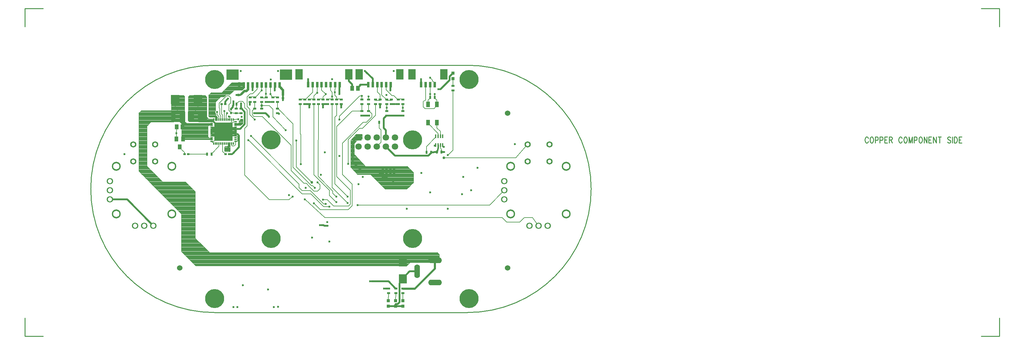
<source format=gbr>
*
*
G04 PADS VX.0 Build Number: 635560 generated Gerber (RS-274-X) file*
G04 PC Version=2.1*
*
%IN "JOG_v1.pcb"*%
*
%MOIN*%
*
%FSLAX35Y35*%
*
*
*
*
G04 PC Standard Apertures*
*
*
G04 Thermal Relief Aperture macro.*
%AMTER*
1,1,$1,0,0*
1,0,$1-$2,0,0*
21,0,$3,$4,0,0,45*
21,0,$3,$4,0,0,135*
%
*
*
G04 Annular Aperture macro.*
%AMANN*
1,1,$1,0,0*
1,0,$2,0,0*
%
*
*
G04 Odd Aperture macro.*
%AMODD*
1,1,$1,0,0*
1,0,$1-0.005,0,0*
%
*
*
G04 PC Custom Aperture Macros*
*
*
*
*
*
*
G04 PC Aperture Table*
*
%ADD010C,0.001*%
%ADD011C,0.004*%
%ADD012C,0.01*%
%ADD014C,0.006*%
%ADD018C,0.015*%
%ADD022C,0.008*%
%ADD025R,0.035X0.024*%
%ADD026R,0.024X0.035*%
%ADD027R,0.094X0.102*%
%ADD028R,0.04331X0.05709*%
%ADD029R,0.03937X0.05512*%
%ADD030R,0.08583X0.09921*%
%ADD031R,0.032X0.032*%
%ADD032R,0.03937X0.05906*%
%ADD033C,0.06*%
%ADD035R,0.02756X0.06299*%
%ADD036R,0.08268X0.11811*%
%ADD037R,0.13386X0.11811*%
%ADD038O,0.14961X0.06299*%
%ADD039O,0.06299X0.14961*%
%ADD040R,0.025X0.02*%
%ADD041R,0.02X0.025*%
%ADD043R,0.07087X0.07087*%
%ADD044C,0.07087*%
%ADD045C,0.20866*%
%ADD048R,0.20079X0.20079*%
%ADD049R,0.01772X0.04134*%
%ADD050R,0.02X0.02*%
%ADD051C,0.02*%
%ADD052C,0.00827*%
%ADD054C,0.025*%
%ADD055C,0.02953*%
%ADD098R,0.02559X0.01181*%
%ADD099R,0.01181X0.02559*%
%ADD100ANN,0.07087X0.04724*%
%ADD101ANN,0.0689X0.03937*%
%ADD102ANN,0.09843X0.0689*%
%ADD103C,0.02362*%
%ADD104C,0.012*%
%ADD105ANN,0.02362X0.005*%
*
*
*
*
G04 PC Circuitry*
G04 Layer Name JOG_v1.pcb - circuitry*
%LPD*%
*
*
G04 PC Custom Flashes*
G04 Layer Name JOG_v1.pcb - flashes*
%LPD*%
*
*
G04 PC Circuitry*
G04 Layer Name JOG_v1.pcb - circuitry*
%LPD*%
*
G54D10*
G54D11*
G01X1644800Y1656483D02*
X1644450Y1656833D01*
Y1683417*
X1645708Y1684675*
X1662917*
X1664738Y1682855*
X1664738D02*
Y1656583D01*
X1664738D02*
X1663886Y1655731D01*
X1645583*
X1645098Y1656216*
X1644800*
Y1656483*
X1625700Y1684800D02*
X1639417D01*
X1640550Y1683667*
Y1655700*
X1625700*
Y1684800*
X1644450Y1682730D02*
X1664738D01*
X1644450Y1682370D02*
X1664738D01*
X1644450Y1682010D02*
X1664738D01*
X1644450Y1681650D02*
X1664738D01*
X1644450Y1681290D02*
X1664738D01*
X1644450Y1680930D02*
X1664738D01*
X1644450Y1680570D02*
X1664738D01*
X1644450Y1680210D02*
X1664738D01*
X1644450Y1679850D02*
X1664738D01*
X1644450Y1679490D02*
X1664738D01*
X1644450Y1679130D02*
X1664738D01*
X1644450Y1678770D02*
X1664738D01*
X1644450Y1678410D02*
X1664738D01*
X1644450Y1678050D02*
X1664738D01*
X1644450Y1677690D02*
X1664738D01*
X1644450Y1677330D02*
X1664738D01*
X1644450Y1676970D02*
X1664738D01*
X1644450Y1676610D02*
X1664738D01*
X1644450Y1676250D02*
X1664738D01*
X1644450Y1675890D02*
X1664738D01*
X1644450Y1675530D02*
X1664738D01*
X1644450Y1675170D02*
X1664738D01*
X1644450Y1674810D02*
X1664738D01*
X1644450Y1674450D02*
X1664738D01*
X1644450Y1674090D02*
X1664738D01*
X1644450Y1673730D02*
X1664738D01*
X1644450Y1673370D02*
X1664738D01*
X1644450Y1673010D02*
X1664738D01*
X1644450Y1672650D02*
X1664738D01*
X1644450Y1672290D02*
X1664738D01*
X1644450Y1671930D02*
X1664738D01*
X1644450Y1671570D02*
X1664738D01*
X1644450Y1671210D02*
X1664738D01*
X1644450Y1670850D02*
X1664738D01*
X1644450Y1670490D02*
X1664738D01*
X1644450Y1670130D02*
X1664738D01*
X1644450Y1669770D02*
X1664738D01*
X1644450Y1669410D02*
X1664738D01*
X1644450Y1669050D02*
X1664738D01*
X1644450Y1668690D02*
X1664738D01*
X1644450Y1668330D02*
X1664738D01*
X1644450Y1667970D02*
X1664738D01*
X1644450Y1667610D02*
X1664738D01*
X1644450Y1667250D02*
X1664738D01*
X1644450Y1666890D02*
X1664738D01*
X1644450Y1666530D02*
X1664738D01*
X1644450Y1666170D02*
X1664738D01*
X1644450Y1665810D02*
X1664738D01*
X1644450Y1665450D02*
X1664738D01*
X1644450Y1665090D02*
X1664738D01*
X1644450Y1664730D02*
X1664738D01*
X1644450Y1664370D02*
X1664738D01*
X1644450Y1664010D02*
X1664738D01*
X1644450Y1663650D02*
X1664738D01*
X1644450Y1663290D02*
X1664738D01*
X1644450Y1662930D02*
X1664738D01*
X1644450Y1662570D02*
X1664738D01*
X1644450Y1662210D02*
X1664738D01*
X1644450Y1661850D02*
X1664738D01*
X1644450Y1661490D02*
X1664738D01*
X1644450Y1661130D02*
X1664738D01*
X1644450Y1660770D02*
X1664738D01*
X1644450Y1660410D02*
X1664738D01*
X1644450Y1660050D02*
X1664738D01*
X1644450Y1659690D02*
X1664738D01*
X1644450Y1659330D02*
X1664738D01*
X1644450Y1658970D02*
X1664738D01*
X1644450Y1658610D02*
X1664738D01*
X1644450Y1658250D02*
X1664738D01*
X1644450Y1657890D02*
X1664738D01*
X1644450Y1657530D02*
X1664738D01*
X1644450Y1657170D02*
X1664738D01*
X1644473Y1656810D02*
X1664738D01*
X1644800Y1656450D02*
X1664605D01*
X1644450Y1683090D02*
X1664502D01*
X1645224Y1656090D02*
X1664245D01*
X1644483Y1683450D02*
X1664142D01*
X1644843Y1683810D02*
X1663782D01*
X1645203Y1684170D02*
X1663422D01*
X1645563Y1684530D02*
X1663062D01*
X1625700Y1683419D02*
X1640550D01*
X1625700Y1683059D02*
X1640550D01*
X1625700Y1682699D02*
X1640550D01*
X1625700Y1682339D02*
X1640550D01*
X1625700Y1681979D02*
X1640550D01*
X1625700Y1681619D02*
X1640550D01*
X1625700Y1681259D02*
X1640550D01*
X1625700Y1680899D02*
X1640550D01*
X1625700Y1680539D02*
X1640550D01*
X1625700Y1680179D02*
X1640550D01*
X1625700Y1679819D02*
X1640550D01*
X1625700Y1679459D02*
X1640550D01*
X1625700Y1679099D02*
X1640550D01*
X1625700Y1678739D02*
X1640550D01*
X1625700Y1678379D02*
X1640550D01*
X1625700Y1678019D02*
X1640550D01*
X1625700Y1677659D02*
X1640550D01*
X1625700Y1677299D02*
X1640550D01*
X1625700Y1676939D02*
X1640550D01*
X1625700Y1676579D02*
X1640550D01*
X1625700Y1676219D02*
X1640550D01*
X1625700Y1675859D02*
X1640550D01*
X1625700Y1675499D02*
X1640550D01*
X1625700Y1675139D02*
X1640550D01*
X1625700Y1674779D02*
X1640550D01*
X1625700Y1674419D02*
X1640550D01*
X1625700Y1674059D02*
X1640550D01*
X1625700Y1673699D02*
X1640550D01*
X1625700Y1673339D02*
X1640550D01*
X1625700Y1672979D02*
X1640550D01*
X1625700Y1672619D02*
X1640550D01*
X1625700Y1672259D02*
X1640550D01*
X1625700Y1671899D02*
X1640550D01*
X1625700Y1671539D02*
X1640550D01*
X1625700Y1671179D02*
X1640550D01*
X1625700Y1670819D02*
X1640550D01*
X1625700Y1670459D02*
X1640550D01*
X1625700Y1670099D02*
X1640550D01*
X1625700Y1669739D02*
X1640550D01*
X1625700Y1669379D02*
X1640550D01*
X1625700Y1669019D02*
X1640550D01*
X1625700Y1668659D02*
X1640550D01*
X1625700Y1668299D02*
X1640550D01*
X1625700Y1667939D02*
X1640550D01*
X1625700Y1667579D02*
X1640550D01*
X1625700Y1667219D02*
X1640550D01*
X1625700Y1666859D02*
X1640550D01*
X1625700Y1666499D02*
X1640550D01*
X1625700Y1666139D02*
X1640550D01*
X1625700Y1665779D02*
X1640550D01*
X1625700Y1665419D02*
X1640550D01*
X1625700Y1665059D02*
X1640550D01*
X1625700Y1664699D02*
X1640550D01*
X1625700Y1664339D02*
X1640550D01*
X1625700Y1663979D02*
X1640550D01*
X1625700Y1663619D02*
X1640550D01*
X1625700Y1663259D02*
X1640550D01*
X1625700Y1662899D02*
X1640550D01*
X1625700Y1662539D02*
X1640550D01*
X1625700Y1662179D02*
X1640550D01*
X1625700Y1661819D02*
X1640550D01*
X1625700Y1661459D02*
X1640550D01*
X1625700Y1661099D02*
X1640550D01*
X1625700Y1660739D02*
X1640550D01*
X1625700Y1660379D02*
X1640550D01*
X1625700Y1660019D02*
X1640550D01*
X1625700Y1659659D02*
X1640550D01*
X1625700Y1659299D02*
X1640550D01*
X1625700Y1658939D02*
X1640550D01*
X1625700Y1658579D02*
X1640550D01*
X1625700Y1658219D02*
X1640550D01*
X1625700Y1657859D02*
X1640550D01*
X1625700Y1657499D02*
X1640550D01*
X1625700Y1657139D02*
X1640550D01*
X1625700Y1656779D02*
X1640550D01*
X1625700Y1656419D02*
X1640550D01*
X1625700Y1656059D02*
X1640550D01*
X1625700Y1683779D02*
X1640438D01*
X1625700Y1684139D02*
X1640078D01*
X1625700Y1684499D02*
X1639718D01*
X1706300Y1693166D02*
Y1698631D01*
G75*
G03X1706100Y1698831I-200J0D01*
G01X1692134*
G03X1691993Y1698773I0J-200*
G01X1681083Y1687863*
X1681083D02*
X1669603D01*
X1669603D02*
G03X1669462Y1687804I0J-200D01*
G01X1666634Y1684976*
G03X1666575Y1684834I141J-142*
G01Y1662041*
G03X1666634Y1661899I200J-0*
G01X1667524Y1661009*
G03X1667666Y1660950I142J141*
G01X1673333*
X1674200Y1660083*
Y1657400*
G03X1674400Y1657200I200J0*
G01X1676131*
G03X1676331Y1657400I0J200*
G01Y1661087*
G03X1676273Y1661228I-200J-0*
G01X1675000Y1662500*
X1674586Y1663500D02*
G03X1675000Y1662500I1414J0D01*
G01X1674586Y1663500D02*
Y1664110D01*
G03X1674528Y1664252I-200J0*
G01X1674362Y1664417*
X1674362D02*
Y1664986D01*
X1674362D02*
G03X1674317Y1665113I-200J-0D01*
G01Y1667887D02*
G03Y1665113I1683J-1387D01*
G01Y1667887D02*
G03X1674362Y1668014I-155J127D01*
G01X1674362D02*
Y1677520D01*
X1674362D02*
X1679917Y1683075D01*
X1683483*
G03X1683624Y1683134I-0J200*
G01X1685490Y1685000*
X1686490Y1685414D02*
G03X1685490Y1685000I-0J-1414D01*
G01X1686490Y1685414D02*
X1689064D01*
X1689601Y1685308D02*
G03X1689064Y1685414I-537J-1308D01*
G01X1689601Y1685308D02*
G03X1689818Y1685351I76J185D01*
G01X1694917Y1690450*
X1703584*
G03X1703726Y1690509I0J200*
G01X1706241Y1693024*
G03X1706300Y1693166I-141J142*
G01X1670800Y1651900D02*
Y1653813D01*
G03X1670600Y1654013I-200J-0*
G01X1668642*
X1668369Y1654045D02*
G03X1668642Y1654013I273J1152D01*
G01X1668369Y1654045D02*
G03X1668323Y1654050I-46J-195D01*
G01X1642667*
X1640800Y1655917*
Y1665600*
G03X1640600Y1665800I-200J0*
G01X1635400*
G03X1635200Y1665600I0J-200*
G01Y1655666*
G03X1635259Y1655524I200J-0*
G01X1637200Y1653583*
Y1636666*
G03X1637259Y1636524I200J-0*
G01X1637524Y1636259*
G03X1637666Y1636200I142J141*
G01X1670600*
G03X1670800Y1636400I0J200*
G01Y1637975*
G03X1670600Y1638175I-200J0*
G01X1667292*
X1666050Y1639417*
Y1650833*
X1666917Y1651700*
X1670600*
G03X1670800Y1651900I0J200*
G01X1650300Y1657416D02*
Y1665362D01*
G03X1650167Y1665550I-200J-0*
G01X1649476Y1666241*
G03X1649334Y1666300I-142J-141*
G01X1644275*
G03X1644075Y1666100I0J-200*
G01Y1657291*
G03X1644134Y1657149I200J-0*
G01X1645024Y1656259*
G03X1645166Y1656200I142J141*
G01X1649084*
G03X1649226Y1656259I0J200*
G01X1650241Y1657274*
G03X1650300Y1657416I-141J142*
G01X1704316Y1654094D02*
Y1658600D01*
G03X1704116Y1658800I-200J0*
G01X1701879*
G03X1701679Y1658592I0J-200*
G01X1700095Y1656402D02*
G03X1701679Y1658592I-595J2098D01*
G01X1700095Y1656402D02*
G03X1699950Y1656209I55J-193D01*
G01Y1654917*
X1699208Y1654175*
X1698229*
G03X1698135Y1654152I-0J-200*
G01X1697579Y1654013D02*
G03X1698135Y1654152I-0J1184D01*
G01X1697579Y1654013D02*
X1695400D01*
G03X1695200Y1653813I0J-200*
G01Y1651900*
G03X1695400Y1651700I200J0*
G01X1701922*
G03X1702064Y1651759I0J200*
G01X1704257Y1653952*
G03X1704316Y1654094I-141J142*
G01X1690300Y1623666D02*
Y1629961D01*
G03X1690285Y1630038I-200J-0*
G01X1690194Y1630492D02*
G03X1690285Y1630038I1184J0D01*
G01X1690194Y1630492D02*
Y1632600D01*
G03X1689994Y1632800I-200J0*
G01X1688119*
G03X1687919Y1632600I-0J-200*
G01Y1629698*
X1687083Y1628862*
X1687083D02*
X1685103D01*
X1685103D02*
G03X1684962Y1628804I0J-200D01*
G01X1684134Y1627976*
G03X1684075Y1627834I141J-142*
G01Y1623541*
G03X1684134Y1623399I200J-0*
G01X1684524Y1623009*
G03X1684666Y1622950I142J141*
G01X1689584*
G03X1689726Y1623009I0J200*
G01X1690241Y1623524*
G03X1690300Y1623666I-141J142*
G01X1919982Y1501899D02*
Y1510017D01*
G03X1919924Y1510158I-200J-0*
G01X1917976Y1512106*
G03X1917834Y1512165I-142J-141*
G01X1667782*
X1666223Y1513723*
X1652029Y1527917*
Y1579064*
G03X1651971Y1579205I-200J-0*
G01X1641476Y1589700*
G03X1641334Y1589759I-142J-141*
G01X1616376*
X1599218Y1606917*
Y1651165*
X1603417Y1655364*
X1628170*
G03X1628312Y1655423I0J200*
G01X1629913Y1657024*
G03X1629972Y1657166I-141J142*
G01Y1667506*
G03X1629913Y1667648I-200J0*
G01X1629476Y1668085*
G03X1629334Y1668144I-142J-141*
G01X1592822*
G03X1592681Y1668085I-0J-200*
G01X1590071Y1665476*
G03X1590012Y1665334I141J-142*
G01X1590012D02*
Y1601478D01*
X1590012D02*
G03X1590071Y1601337I200J0D01*
G01X1636825Y1554583*
Y1513291*
G03X1636884Y1513149I200J-0*
G01X1652524Y1497509*
G03X1652666Y1497450I142J141*
G01X1884084*
G03X1884226Y1497509I0J200*
G01X1887917Y1501200*
X1919600*
G03X1919800Y1501400I0J200*
G01Y1501700*
G03X1919982Y1501899I-18J199*
G01X1674226Y1654509D02*
G03Y1654791I-142J141D01*
G01X1673292Y1655725*
G03X1673224Y1655770I-141J-141*
G01X1672477Y1656870D02*
G03X1673224Y1655770I1184J0D01*
G01X1672477Y1656870D02*
Y1658850D01*
G03X1672277Y1659050I-200J0*
G01X1666667*
X1664800Y1660917*
Y1664834*
G03X1664741Y1664976I-200J0*
G01X1663976Y1665741*
G03X1663834Y1665800I-142J-141*
G01X1655150*
G03X1654950Y1665600I0J-200*
G01Y1656416*
G03X1655009Y1656274I200J-0*
G01X1655724Y1655559*
G03X1655866Y1655500I142J141*
G01X1668142*
G03X1668214Y1655514I-0J200*
G01X1668642Y1655593D02*
G03X1668214Y1655514I-0J-1184D01*
G01X1668642Y1655593D02*
X1671201D01*
X1672328Y1654772D02*
G03X1671201Y1655593I-1127J-363D01*
G01X1672328Y1654772D02*
G03X1672375Y1654694I190J61D01*
G01X1673036Y1654011*
G03X1673179Y1653950I143J139*
G01X1673584*
G03X1673726Y1654009I0J200*
G01X1674226Y1654509*
X1696300Y1640400D02*
Y1649600D01*
G03X1696100Y1649800I-200J0*
G01X1692050*
G03X1691700Y1649668I-150J-132*
G01Y1640400*
G03X1691900Y1640200I200J0*
G01X1696100*
G03X1696300Y1640400I0J200*
G01X1674300Y1639900D02*
Y1650100D01*
G03X1674100Y1650300I-200J0*
G01X1671956*
G03X1671847Y1650268I-0J-200*
G01X1671201Y1650076D02*
G03X1671847Y1650268I-0J1184D01*
G01X1671201Y1650076D02*
X1669900D01*
G03X1669700Y1649876I0J-200*
G01Y1640045*
G03X1669900Y1639845I200J0*
G01X1671201*
X1671729Y1639721D02*
G03X1671201Y1639845I-528J-1060D01*
G01X1671729Y1639721D02*
G03X1671818Y1639700I89J179D01*
G01X1674100*
G03X1674300Y1639900I0J200*
G01X1891863Y1589166D02*
Y1599897D01*
X1891863D02*
G03X1891804Y1600038I-200J-0D01*
G01X1884976Y1606866*
G03X1884834Y1606925I-142J-141*
G01X1839039*
X1826800Y1619921*
Y1627113*
G03X1826792Y1627168I-200J-0*
G01Y1629761D02*
G03Y1627168I4546J-1297D01*
G01Y1629761D02*
G03X1826800Y1629816I-192J55D01*
G01Y1631823*
X1830907Y1636700*
X1835100*
G03X1835300Y1636900I0J200*
G01Y1641916*
G03X1835100Y1642116I-200J0*
G01X1828861*
G03X1828713Y1642051I-0J-200*
G01X1822752Y1635480*
G03X1822700Y1635346I148J-134*
G01Y1606023*
G03X1822753Y1605888I200J0*
G01X1830028Y1597999*
G03X1830175Y1597934I147J135*
G01X1844317*
X1860524Y1581727*
G03X1860666Y1581669I142J142*
G01X1884366*
G03X1884507Y1581727I-0J200*
G01X1891804Y1589024*
G03X1891863Y1589166I-141J142*
G01X1696800Y1640400D02*
Y1649600D01*
G03X1696600Y1649800I-200J0*
G01X1692400*
G03X1692200Y1649600I0J-200*
G01Y1640400*
G03X1692400Y1640200I200J0*
G01X1696600*
G03X1696800Y1640400I0J200*
G01X1691819Y1698599D02*
X1706300D01*
X1691459Y1698239D02*
X1706300D01*
X1691099Y1697879D02*
X1706300D01*
X1690739Y1697519D02*
X1706300D01*
X1690379Y1697159D02*
X1706300D01*
X1690019Y1696799D02*
X1706300D01*
X1689659Y1696439D02*
X1706300D01*
X1689299Y1696079D02*
X1706300D01*
X1688939Y1695719D02*
X1706300D01*
X1688579Y1695359D02*
X1706300D01*
X1688219Y1694999D02*
X1706300D01*
X1687859Y1694639D02*
X1706300D01*
X1687499Y1694279D02*
X1706300D01*
X1687139Y1693919D02*
X1706300D01*
X1686779Y1693559D02*
X1706300D01*
X1686419Y1693199D02*
X1706300D01*
X1686059Y1692839D02*
X1706056D01*
X1685699Y1692479D02*
X1705696D01*
X1685339Y1692119D02*
X1705336D01*
X1684979Y1691759D02*
X1704976D01*
X1684619Y1691399D02*
X1704616D01*
X1684259Y1691039D02*
X1704256D01*
X1683899Y1690679D02*
X1703896D01*
X1683539Y1690319D02*
X1694786D01*
X1683179Y1689959D02*
X1694426D01*
X1682819Y1689599D02*
X1694066D01*
X1682459Y1689239D02*
X1693706D01*
X1682099Y1688879D02*
X1693346D01*
X1681739Y1688519D02*
X1692986D01*
X1681379Y1688159D02*
X1692626D01*
X1669457Y1687799D02*
X1692266D01*
X1669097Y1687439D02*
X1691906D01*
X1668737Y1687079D02*
X1691546D01*
X1668377Y1686719D02*
X1691186D01*
X1668017Y1686359D02*
X1690826D01*
X1667657Y1685999D02*
X1690466D01*
X1667297Y1685639D02*
X1690106D01*
X1666937Y1685279D02*
X1685887D01*
X1666594Y1684919D02*
X1685409D01*
X1666575Y1684559D02*
X1685049D01*
X1666575Y1684199D02*
X1684689D01*
X1666575Y1683839D02*
X1684329D01*
X1666575Y1683479D02*
X1683969D01*
X1666575Y1683119D02*
X1683608D01*
X1666575Y1682759D02*
X1679601D01*
X1666575Y1682399D02*
X1679241D01*
X1666575Y1682039D02*
X1678881D01*
X1666575Y1681679D02*
X1678521D01*
X1666575Y1681319D02*
X1678161D01*
X1666575Y1680959D02*
X1677801D01*
X1666575Y1680599D02*
X1677441D01*
X1666575Y1680239D02*
X1677081D01*
X1666575Y1679879D02*
X1676721D01*
X1666575Y1679519D02*
X1676361D01*
X1673484Y1660799D02*
X1676331D01*
X1673844Y1660439D02*
X1676331D01*
X1674200Y1660079D02*
X1676331D01*
X1674200Y1659719D02*
X1676331D01*
X1674200Y1659359D02*
X1676331D01*
X1674200Y1658999D02*
X1676331D01*
X1674200Y1658639D02*
X1676331D01*
X1674200Y1658279D02*
X1676331D01*
X1674200Y1657919D02*
X1676331D01*
X1674200Y1657559D02*
X1676331D01*
X1667374Y1661159D02*
X1676318D01*
X1666575Y1679159D02*
X1676001D01*
X1667014Y1661519D02*
X1675982D01*
X1666575Y1678799D02*
X1675641D01*
X1666654Y1661879D02*
X1675622D01*
X1666575Y1678439D02*
X1675281D01*
X1666575Y1662239D02*
X1675262D01*
X1666575Y1678079D02*
X1674921D01*
X1666575Y1662599D02*
X1674911D01*
X1666575Y1662959D02*
X1674694D01*
X1666575Y1663319D02*
X1674598D01*
X1666575Y1664039D02*
X1674586D01*
X1666575Y1663679D02*
X1674586D01*
X1666575Y1677719D02*
X1674561D01*
X1666575Y1664399D02*
X1674381D01*
X1666575Y1677359D02*
X1674362D01*
X1666575Y1676999D02*
X1674362D01*
X1666575Y1676639D02*
X1674362D01*
X1666575Y1676279D02*
X1674362D01*
X1666575Y1675919D02*
X1674362D01*
X1666575Y1675559D02*
X1674362D01*
X1666575Y1675199D02*
X1674362D01*
X1666575Y1674839D02*
X1674362D01*
X1666575Y1674479D02*
X1674362D01*
X1666575Y1674119D02*
X1674362D01*
X1666575Y1673759D02*
X1674362D01*
X1666575Y1673399D02*
X1674362D01*
X1666575Y1673039D02*
X1674362D01*
X1666575Y1672679D02*
X1674362D01*
X1666575Y1672319D02*
X1674362D01*
X1666575Y1671959D02*
X1674362D01*
X1666575Y1671599D02*
X1674362D01*
X1666575Y1671239D02*
X1674362D01*
X1666575Y1670879D02*
X1674362D01*
X1666575Y1670519D02*
X1674362D01*
X1666575Y1670159D02*
X1674362D01*
X1666575Y1669799D02*
X1674362D01*
X1666575Y1669439D02*
X1674362D01*
X1666575Y1669079D02*
X1674362D01*
X1666575Y1668719D02*
X1674362D01*
X1666575Y1668359D02*
X1674362D01*
X1666575Y1664759D02*
X1674362D01*
X1666575Y1667999D02*
X1674362D01*
X1666575Y1665119D02*
X1674312D01*
X1666575Y1667639D02*
X1674140D01*
X1666575Y1665479D02*
X1674073D01*
X1666575Y1667279D02*
X1673963D01*
X1666575Y1665839D02*
X1673922D01*
X1666575Y1666919D02*
X1673859D01*
X1666575Y1666199D02*
X1673840D01*
X1666575Y1666559D02*
X1673820D01*
X1637200Y1653479D02*
X1670800D01*
X1637200Y1653119D02*
X1670800D01*
X1637200Y1652759D02*
X1670800D01*
X1637200Y1652399D02*
X1670800D01*
X1637200Y1652039D02*
X1670800D01*
X1637200Y1637639D02*
X1670800D01*
X1637200Y1637279D02*
X1670800D01*
X1637200Y1636919D02*
X1670800D01*
X1637231Y1636559D02*
X1670800D01*
X1637200Y1637999D02*
X1670799D01*
X1636944Y1653839D02*
X1670798D01*
X1637200Y1638359D02*
X1667108D01*
X1637200Y1651679D02*
X1666896D01*
X1637200Y1638719D02*
X1666748D01*
X1637200Y1651319D02*
X1666536D01*
X1637200Y1639079D02*
X1666388D01*
X1637200Y1650959D02*
X1666176D01*
X1637200Y1650599D02*
X1666050D01*
X1637200Y1650239D02*
X1666050D01*
X1637200Y1649879D02*
X1666050D01*
X1637200Y1649519D02*
X1666050D01*
X1637200Y1649159D02*
X1666050D01*
X1637200Y1648799D02*
X1666050D01*
X1637200Y1648439D02*
X1666050D01*
X1637200Y1648079D02*
X1666050D01*
X1637200Y1647719D02*
X1666050D01*
X1637200Y1647359D02*
X1666050D01*
X1637200Y1646999D02*
X1666050D01*
X1637200Y1646639D02*
X1666050D01*
X1637200Y1646279D02*
X1666050D01*
X1637200Y1645919D02*
X1666050D01*
X1637200Y1645559D02*
X1666050D01*
X1637200Y1645199D02*
X1666050D01*
X1637200Y1644839D02*
X1666050D01*
X1637200Y1644479D02*
X1666050D01*
X1637200Y1644119D02*
X1666050D01*
X1637200Y1643759D02*
X1666050D01*
X1637200Y1643399D02*
X1666050D01*
X1637200Y1643039D02*
X1666050D01*
X1637200Y1642679D02*
X1666050D01*
X1637200Y1642319D02*
X1666050D01*
X1637200Y1641959D02*
X1666050D01*
X1637200Y1641599D02*
X1666050D01*
X1637200Y1641239D02*
X1666050D01*
X1637200Y1640879D02*
X1666050D01*
X1637200Y1640519D02*
X1666050D01*
X1637200Y1640159D02*
X1666050D01*
X1637200Y1639799D02*
X1666050D01*
X1637200Y1639439D02*
X1666050D01*
X1636584Y1654199D02*
X1642518D01*
X1636224Y1654559D02*
X1642158D01*
X1635864Y1654919D02*
X1641798D01*
X1635504Y1655279D02*
X1641438D01*
X1635202Y1655639D02*
X1641078D01*
X1635200Y1665359D02*
X1640800D01*
X1635200Y1664999D02*
X1640800D01*
X1635200Y1664639D02*
X1640800D01*
X1635200Y1664279D02*
X1640800D01*
X1635200Y1663919D02*
X1640800D01*
X1635200Y1663559D02*
X1640800D01*
X1635200Y1663199D02*
X1640800D01*
X1635200Y1662839D02*
X1640800D01*
X1635200Y1662479D02*
X1640800D01*
X1635200Y1662119D02*
X1640800D01*
X1635200Y1661759D02*
X1640800D01*
X1635200Y1661399D02*
X1640800D01*
X1635200Y1661039D02*
X1640800D01*
X1635200Y1660679D02*
X1640800D01*
X1635200Y1660319D02*
X1640800D01*
X1635200Y1659959D02*
X1640800D01*
X1635200Y1659599D02*
X1640800D01*
X1635200Y1659239D02*
X1640800D01*
X1635200Y1658879D02*
X1640800D01*
X1635200Y1658519D02*
X1640800D01*
X1635200Y1658159D02*
X1640800D01*
X1635200Y1657799D02*
X1640800D01*
X1635200Y1657439D02*
X1640800D01*
X1635200Y1657079D02*
X1640800D01*
X1635200Y1656719D02*
X1640800D01*
X1635200Y1656359D02*
X1640800D01*
X1635200Y1655999D02*
X1640800D01*
X1635239Y1665719D02*
X1640761D01*
X1644075Y1665199D02*
X1650300D01*
X1644075Y1664839D02*
X1650300D01*
X1644075Y1664479D02*
X1650300D01*
X1644075Y1664119D02*
X1650300D01*
X1644075Y1663759D02*
X1650300D01*
X1644075Y1663399D02*
X1650300D01*
X1644075Y1663039D02*
X1650300D01*
X1644075Y1662679D02*
X1650300D01*
X1644075Y1662319D02*
X1650300D01*
X1644075Y1661959D02*
X1650300D01*
X1644075Y1661599D02*
X1650300D01*
X1644075Y1661239D02*
X1650300D01*
X1644075Y1660879D02*
X1650300D01*
X1644075Y1660519D02*
X1650300D01*
X1644075Y1660159D02*
X1650300D01*
X1644075Y1659799D02*
X1650300D01*
X1644075Y1659439D02*
X1650300D01*
X1644075Y1659079D02*
X1650300D01*
X1644075Y1658719D02*
X1650300D01*
X1644075Y1658359D02*
X1650300D01*
X1644075Y1657999D02*
X1650300D01*
X1644075Y1657639D02*
X1650300D01*
X1644075Y1657279D02*
X1650246D01*
X1644075Y1665559D02*
X1650158D01*
X1644364Y1656919D02*
X1649886D01*
X1644075Y1665919D02*
X1649798D01*
X1644724Y1656559D02*
X1649526D01*
X1644185Y1666279D02*
X1649424D01*
X1701681Y1658539D02*
X1704316D01*
X1701657Y1658179D02*
X1704316D01*
X1701572Y1657819D02*
X1704316D01*
X1701416Y1657459D02*
X1704316D01*
X1701171Y1657099D02*
X1704316D01*
X1700786Y1656739D02*
X1704316D01*
X1700044Y1656379D02*
X1704316D01*
X1699950Y1656019D02*
X1704316D01*
X1699950Y1655659D02*
X1704316D01*
X1699950Y1655299D02*
X1704316D01*
X1699950Y1654939D02*
X1704316D01*
X1699612Y1654579D02*
X1704316D01*
X1699252Y1654219D02*
X1704316D01*
X1695205Y1653859D02*
X1704164D01*
X1695200Y1653499D02*
X1703804D01*
X1695200Y1653139D02*
X1703444D01*
X1695200Y1652779D02*
X1703084D01*
X1695200Y1652419D02*
X1702724D01*
X1695200Y1652059D02*
X1702364D01*
X1687919Y1629789D02*
X1690300D01*
X1687649Y1629429D02*
X1690300D01*
X1687289Y1629069D02*
X1690300D01*
X1684867Y1628709D02*
X1690300D01*
X1684507Y1628349D02*
X1690300D01*
X1684147Y1627989D02*
X1690300D01*
X1684075Y1627629D02*
X1690300D01*
X1684075Y1627269D02*
X1690300D01*
X1684075Y1626909D02*
X1690300D01*
X1684075Y1626549D02*
X1690300D01*
X1684075Y1626189D02*
X1690300D01*
X1684075Y1625829D02*
X1690300D01*
X1684075Y1625469D02*
X1690300D01*
X1684075Y1625109D02*
X1690300D01*
X1684075Y1624749D02*
X1690300D01*
X1684075Y1624389D02*
X1690300D01*
X1684075Y1624029D02*
X1690300D01*
X1684075Y1623669D02*
X1690300D01*
X1687919Y1630149D02*
X1690245D01*
X1687919Y1632309D02*
X1690194D01*
X1687919Y1631949D02*
X1690194D01*
X1687919Y1631589D02*
X1690194D01*
X1687919Y1631229D02*
X1690194D01*
X1687919Y1630869D02*
X1690194D01*
X1687919Y1630509D02*
X1690194D01*
X1687931Y1632669D02*
X1690182D01*
X1684224Y1623309D02*
X1690026D01*
X1640344Y1509689D02*
X1919982D01*
X1640704Y1509329D02*
X1919982D01*
X1641064Y1508969D02*
X1919982D01*
X1641424Y1508609D02*
X1919982D01*
X1641784Y1508249D02*
X1919982D01*
X1642144Y1507889D02*
X1919982D01*
X1642504Y1507529D02*
X1919982D01*
X1642864Y1507169D02*
X1919982D01*
X1643224Y1506809D02*
X1919982D01*
X1643584Y1506449D02*
X1919982D01*
X1643944Y1506089D02*
X1919982D01*
X1644304Y1505729D02*
X1919982D01*
X1644664Y1505369D02*
X1919982D01*
X1645024Y1505009D02*
X1919982D01*
X1645384Y1504649D02*
X1919982D01*
X1645744Y1504289D02*
X1919982D01*
X1646104Y1503929D02*
X1919982D01*
X1646464Y1503569D02*
X1919982D01*
X1646824Y1503209D02*
X1919982D01*
X1647184Y1502849D02*
X1919982D01*
X1647544Y1502489D02*
X1919982D01*
X1647904Y1502129D02*
X1919982D01*
X1639984Y1510049D02*
X1919980D01*
X1648264Y1501769D02*
X1919934D01*
X1648624Y1501409D02*
X1919800D01*
X1639624Y1510409D02*
X1919673D01*
X1639264Y1510769D02*
X1919313D01*
X1638904Y1511129D02*
X1918953D01*
X1638544Y1511489D02*
X1918593D01*
X1638184Y1511849D02*
X1918233D01*
X1648984Y1501049D02*
X1887766D01*
X1649344Y1500689D02*
X1887406D01*
X1649704Y1500329D02*
X1887046D01*
X1650064Y1499969D02*
X1886686D01*
X1650424Y1499609D02*
X1886326D01*
X1650784Y1499249D02*
X1885966D01*
X1651144Y1498889D02*
X1885606D01*
X1651504Y1498529D02*
X1885246D01*
X1651864Y1498169D02*
X1884886D01*
X1652224Y1497809D02*
X1884526D01*
X1637824Y1512209D02*
X1667738D01*
X1637464Y1512569D02*
X1667378D01*
X1637104Y1512929D02*
X1667018D01*
X1636825Y1513289D02*
X1666658D01*
X1636825Y1513649D02*
X1666298D01*
X1636825Y1514009D02*
X1665938D01*
X1636825Y1514369D02*
X1665578D01*
X1636825Y1514729D02*
X1665218D01*
X1636825Y1515089D02*
X1664858D01*
X1636825Y1515449D02*
X1664498D01*
X1636825Y1515809D02*
X1664138D01*
X1636825Y1516169D02*
X1663778D01*
X1636825Y1516529D02*
X1663418D01*
X1636825Y1516889D02*
X1663058D01*
X1636825Y1517249D02*
X1662698D01*
X1636825Y1517609D02*
X1662338D01*
X1636825Y1517969D02*
X1661978D01*
X1636825Y1518329D02*
X1661618D01*
X1636825Y1518689D02*
X1661258D01*
X1636825Y1519049D02*
X1660898D01*
X1636825Y1519409D02*
X1660538D01*
X1636825Y1519769D02*
X1660178D01*
X1636825Y1520129D02*
X1659818D01*
X1636825Y1520489D02*
X1659458D01*
X1636825Y1520849D02*
X1659098D01*
X1636825Y1521209D02*
X1658738D01*
X1636825Y1521569D02*
X1658378D01*
X1636825Y1521929D02*
X1658018D01*
X1636825Y1522289D02*
X1657658D01*
X1636825Y1522649D02*
X1657298D01*
X1636825Y1523009D02*
X1656938D01*
X1636825Y1523369D02*
X1656578D01*
X1636825Y1523729D02*
X1656218D01*
X1636825Y1524089D02*
X1655858D01*
X1636825Y1524449D02*
X1655498D01*
X1636825Y1524809D02*
X1655138D01*
X1636825Y1525169D02*
X1654778D01*
X1636825Y1525529D02*
X1654418D01*
X1636825Y1525889D02*
X1654058D01*
X1636825Y1526249D02*
X1653698D01*
X1636825Y1526609D02*
X1653338D01*
X1636825Y1526969D02*
X1652978D01*
X1636825Y1527329D02*
X1652618D01*
X1636825Y1527689D02*
X1652258D01*
X1612599Y1578809D02*
X1652029D01*
X1612959Y1578449D02*
X1652029D01*
X1613319Y1578089D02*
X1652029D01*
X1613679Y1577729D02*
X1652029D01*
X1614039Y1577369D02*
X1652029D01*
X1614399Y1577009D02*
X1652029D01*
X1614759Y1576649D02*
X1652029D01*
X1615119Y1576289D02*
X1652029D01*
X1615479Y1575929D02*
X1652029D01*
X1615839Y1575569D02*
X1652029D01*
X1616199Y1575209D02*
X1652029D01*
X1616559Y1574849D02*
X1652029D01*
X1616919Y1574489D02*
X1652029D01*
X1617279Y1574129D02*
X1652029D01*
X1617639Y1573769D02*
X1652029D01*
X1617999Y1573409D02*
X1652029D01*
X1618359Y1573049D02*
X1652029D01*
X1618719Y1572689D02*
X1652029D01*
X1619079Y1572329D02*
X1652029D01*
X1619439Y1571969D02*
X1652029D01*
X1619799Y1571609D02*
X1652029D01*
X1620159Y1571249D02*
X1652029D01*
X1620519Y1570889D02*
X1652029D01*
X1620879Y1570529D02*
X1652029D01*
X1621239Y1570169D02*
X1652029D01*
X1621599Y1569809D02*
X1652029D01*
X1621959Y1569449D02*
X1652029D01*
X1622319Y1569089D02*
X1652029D01*
X1622679Y1568729D02*
X1652029D01*
X1623039Y1568369D02*
X1652029D01*
X1623399Y1568009D02*
X1652029D01*
X1623759Y1567649D02*
X1652029D01*
X1624119Y1567289D02*
X1652029D01*
X1624479Y1566929D02*
X1652029D01*
X1624839Y1566569D02*
X1652029D01*
X1625199Y1566209D02*
X1652029D01*
X1625559Y1565849D02*
X1652029D01*
X1625919Y1565489D02*
X1652029D01*
X1626279Y1565129D02*
X1652029D01*
X1626639Y1564769D02*
X1652029D01*
X1626999Y1564409D02*
X1652029D01*
X1627359Y1564049D02*
X1652029D01*
X1627719Y1563689D02*
X1652029D01*
X1628079Y1563329D02*
X1652029D01*
X1628439Y1562969D02*
X1652029D01*
X1628799Y1562609D02*
X1652029D01*
X1629159Y1562249D02*
X1652029D01*
X1629519Y1561889D02*
X1652029D01*
X1629879Y1561529D02*
X1652029D01*
X1630239Y1561169D02*
X1652029D01*
X1630599Y1560809D02*
X1652029D01*
X1630959Y1560449D02*
X1652029D01*
X1631319Y1560089D02*
X1652029D01*
X1631679Y1559729D02*
X1652029D01*
X1632039Y1559369D02*
X1652029D01*
X1632399Y1559009D02*
X1652029D01*
X1632759Y1558649D02*
X1652029D01*
X1633119Y1558289D02*
X1652029D01*
X1633479Y1557929D02*
X1652029D01*
X1633839Y1557569D02*
X1652029D01*
X1634199Y1557209D02*
X1652029D01*
X1634559Y1556849D02*
X1652029D01*
X1634919Y1556489D02*
X1652029D01*
X1635279Y1556129D02*
X1652029D01*
X1635639Y1555769D02*
X1652029D01*
X1635999Y1555409D02*
X1652029D01*
X1636359Y1555049D02*
X1652029D01*
X1636719Y1554689D02*
X1652029D01*
X1636825Y1554329D02*
X1652029D01*
X1636825Y1553969D02*
X1652029D01*
X1636825Y1553609D02*
X1652029D01*
X1636825Y1553249D02*
X1652029D01*
X1636825Y1552889D02*
X1652029D01*
X1636825Y1552529D02*
X1652029D01*
X1636825Y1552169D02*
X1652029D01*
X1636825Y1551809D02*
X1652029D01*
X1636825Y1551449D02*
X1652029D01*
X1636825Y1551089D02*
X1652029D01*
X1636825Y1550729D02*
X1652029D01*
X1636825Y1550369D02*
X1652029D01*
X1636825Y1550009D02*
X1652029D01*
X1636825Y1549649D02*
X1652029D01*
X1636825Y1549289D02*
X1652029D01*
X1636825Y1548929D02*
X1652029D01*
X1636825Y1548569D02*
X1652029D01*
X1636825Y1548209D02*
X1652029D01*
X1636825Y1547849D02*
X1652029D01*
X1636825Y1547489D02*
X1652029D01*
X1636825Y1547129D02*
X1652029D01*
X1636825Y1546769D02*
X1652029D01*
X1636825Y1546409D02*
X1652029D01*
X1636825Y1546049D02*
X1652029D01*
X1636825Y1545689D02*
X1652029D01*
X1636825Y1545329D02*
X1652029D01*
X1636825Y1544969D02*
X1652029D01*
X1636825Y1544609D02*
X1652029D01*
X1636825Y1544249D02*
X1652029D01*
X1636825Y1543889D02*
X1652029D01*
X1636825Y1543529D02*
X1652029D01*
X1636825Y1543169D02*
X1652029D01*
X1636825Y1542809D02*
X1652029D01*
X1636825Y1542449D02*
X1652029D01*
X1636825Y1542089D02*
X1652029D01*
X1636825Y1541729D02*
X1652029D01*
X1636825Y1541369D02*
X1652029D01*
X1636825Y1541009D02*
X1652029D01*
X1636825Y1540649D02*
X1652029D01*
X1636825Y1540289D02*
X1652029D01*
X1636825Y1539929D02*
X1652029D01*
X1636825Y1539569D02*
X1652029D01*
X1636825Y1539209D02*
X1652029D01*
X1636825Y1538849D02*
X1652029D01*
X1636825Y1538489D02*
X1652029D01*
X1636825Y1538129D02*
X1652029D01*
X1636825Y1537769D02*
X1652029D01*
X1636825Y1537409D02*
X1652029D01*
X1636825Y1537049D02*
X1652029D01*
X1636825Y1536689D02*
X1652029D01*
X1636825Y1536329D02*
X1652029D01*
X1636825Y1535969D02*
X1652029D01*
X1636825Y1535609D02*
X1652029D01*
X1636825Y1535249D02*
X1652029D01*
X1636825Y1534889D02*
X1652029D01*
X1636825Y1534529D02*
X1652029D01*
X1636825Y1534169D02*
X1652029D01*
X1636825Y1533809D02*
X1652029D01*
X1636825Y1533449D02*
X1652029D01*
X1636825Y1533089D02*
X1652029D01*
X1636825Y1532729D02*
X1652029D01*
X1636825Y1532369D02*
X1652029D01*
X1636825Y1532009D02*
X1652029D01*
X1636825Y1531649D02*
X1652029D01*
X1636825Y1531289D02*
X1652029D01*
X1636825Y1530929D02*
X1652029D01*
X1636825Y1530569D02*
X1652029D01*
X1636825Y1530209D02*
X1652029D01*
X1636825Y1529849D02*
X1652029D01*
X1636825Y1529489D02*
X1652029D01*
X1636825Y1529129D02*
X1652029D01*
X1636825Y1528769D02*
X1652029D01*
X1636825Y1528409D02*
X1652029D01*
X1636825Y1528049D02*
X1652029D01*
X1612239Y1579169D02*
X1652000D01*
X1611879Y1579529D02*
X1651647D01*
X1611519Y1579889D02*
X1651287D01*
X1611159Y1580249D02*
X1650927D01*
X1610799Y1580609D02*
X1650567D01*
X1610439Y1580969D02*
X1650207D01*
X1610079Y1581329D02*
X1649847D01*
X1609719Y1581689D02*
X1649487D01*
X1609359Y1582049D02*
X1649127D01*
X1608999Y1582409D02*
X1648767D01*
X1608639Y1582769D02*
X1648407D01*
X1608279Y1583129D02*
X1648047D01*
X1607919Y1583489D02*
X1647687D01*
X1607559Y1583849D02*
X1647327D01*
X1607199Y1584209D02*
X1646967D01*
X1606839Y1584569D02*
X1646607D01*
X1606479Y1584929D02*
X1646247D01*
X1606119Y1585289D02*
X1645887D01*
X1605759Y1585649D02*
X1645527D01*
X1605399Y1586009D02*
X1645167D01*
X1605039Y1586369D02*
X1644807D01*
X1604679Y1586729D02*
X1644447D01*
X1604319Y1587089D02*
X1644087D01*
X1603959Y1587449D02*
X1643727D01*
X1603599Y1587809D02*
X1643367D01*
X1603239Y1588169D02*
X1643007D01*
X1602879Y1588529D02*
X1642647D01*
X1602519Y1588889D02*
X1642287D01*
X1602159Y1589249D02*
X1641927D01*
X1601799Y1589609D02*
X1641567D01*
X1591964Y1667369D02*
X1629972D01*
X1591604Y1667009D02*
X1629972D01*
X1591244Y1666649D02*
X1629972D01*
X1590884Y1666289D02*
X1629972D01*
X1590524Y1665929D02*
X1629972D01*
X1590164Y1665569D02*
X1629972D01*
X1590012Y1665209D02*
X1629972D01*
X1590012Y1664849D02*
X1629972D01*
X1590012Y1664489D02*
X1629972D01*
X1590012Y1664129D02*
X1629972D01*
X1590012Y1663769D02*
X1629972D01*
X1590012Y1663409D02*
X1629972D01*
X1590012Y1663049D02*
X1629972D01*
X1590012Y1662689D02*
X1629972D01*
X1590012Y1662329D02*
X1629972D01*
X1590012Y1661969D02*
X1629972D01*
X1590012Y1661609D02*
X1629972D01*
X1590012Y1661249D02*
X1629972D01*
X1590012Y1660889D02*
X1629972D01*
X1590012Y1660529D02*
X1629972D01*
X1590012Y1660169D02*
X1629972D01*
X1590012Y1659809D02*
X1629972D01*
X1590012Y1659449D02*
X1629972D01*
X1590012Y1659089D02*
X1629972D01*
X1590012Y1658729D02*
X1629972D01*
X1590012Y1658369D02*
X1629972D01*
X1590012Y1658009D02*
X1629972D01*
X1590012Y1657649D02*
X1629972D01*
X1590012Y1657289D02*
X1629972D01*
X1592324Y1667729D02*
X1629832D01*
X1590012Y1656929D02*
X1629818D01*
X1592684Y1668089D02*
X1629472D01*
X1590012Y1656569D02*
X1629458D01*
X1590012Y1656209D02*
X1629098D01*
X1590012Y1655849D02*
X1628738D01*
X1590012Y1655489D02*
X1628378D01*
X1601439Y1589969D02*
X1616166D01*
X1601079Y1590329D02*
X1615806D01*
X1600719Y1590689D02*
X1615446D01*
X1600359Y1591049D02*
X1615086D01*
X1599999Y1591409D02*
X1614726D01*
X1599639Y1591769D02*
X1614366D01*
X1599279Y1592129D02*
X1614006D01*
X1598919Y1592489D02*
X1613646D01*
X1598559Y1592849D02*
X1613286D01*
X1598199Y1593209D02*
X1612926D01*
X1597839Y1593569D02*
X1612566D01*
X1597479Y1593929D02*
X1612206D01*
X1597119Y1594289D02*
X1611846D01*
X1596759Y1594649D02*
X1611486D01*
X1596399Y1595009D02*
X1611126D01*
X1596039Y1595369D02*
X1610766D01*
X1595679Y1595729D02*
X1610406D01*
X1595319Y1596089D02*
X1610046D01*
X1594959Y1596449D02*
X1609686D01*
X1594599Y1596809D02*
X1609326D01*
X1594239Y1597169D02*
X1608966D01*
X1593879Y1597529D02*
X1608606D01*
X1593519Y1597889D02*
X1608246D01*
X1593159Y1598249D02*
X1607886D01*
X1592799Y1598609D02*
X1607526D01*
X1592439Y1598969D02*
X1607166D01*
X1592079Y1599329D02*
X1606806D01*
X1591719Y1599689D02*
X1606446D01*
X1591359Y1600049D02*
X1606086D01*
X1590999Y1600409D02*
X1605726D01*
X1590639Y1600769D02*
X1605366D01*
X1590279Y1601129D02*
X1605006D01*
X1590012Y1601489D02*
X1604646D01*
X1590012Y1601849D02*
X1604286D01*
X1590012Y1602209D02*
X1603926D01*
X1590012Y1602569D02*
X1603566D01*
X1590012Y1602929D02*
X1603206D01*
X1590012Y1655129D02*
X1603182D01*
X1590012Y1603289D02*
X1602846D01*
X1590012Y1654769D02*
X1602822D01*
X1590012Y1603649D02*
X1602486D01*
X1590012Y1654409D02*
X1602462D01*
X1590012Y1604009D02*
X1602126D01*
X1590012Y1654049D02*
X1602102D01*
X1590012Y1604369D02*
X1601766D01*
X1590012Y1653689D02*
X1601742D01*
X1590012Y1604729D02*
X1601406D01*
X1590012Y1653329D02*
X1601382D01*
X1590012Y1605089D02*
X1601046D01*
X1590012Y1652969D02*
X1601022D01*
X1590012Y1605449D02*
X1600686D01*
X1590012Y1652609D02*
X1600662D01*
X1590012Y1605809D02*
X1600326D01*
X1590012Y1652249D02*
X1600302D01*
X1590012Y1606169D02*
X1599966D01*
X1590012Y1651889D02*
X1599942D01*
X1590012Y1606529D02*
X1599606D01*
X1590012Y1651529D02*
X1599582D01*
X1590012Y1606889D02*
X1599246D01*
X1590012Y1651169D02*
X1599222D01*
X1590012Y1650809D02*
X1599218D01*
X1590012Y1650449D02*
X1599218D01*
X1590012Y1650089D02*
X1599218D01*
X1590012Y1649729D02*
X1599218D01*
X1590012Y1649369D02*
X1599218D01*
X1590012Y1649009D02*
X1599218D01*
X1590012Y1648649D02*
X1599218D01*
X1590012Y1648289D02*
X1599218D01*
X1590012Y1647929D02*
X1599218D01*
X1590012Y1647569D02*
X1599218D01*
X1590012Y1647209D02*
X1599218D01*
X1590012Y1646849D02*
X1599218D01*
X1590012Y1646489D02*
X1599218D01*
X1590012Y1646129D02*
X1599218D01*
X1590012Y1645769D02*
X1599218D01*
X1590012Y1645409D02*
X1599218D01*
X1590012Y1645049D02*
X1599218D01*
X1590012Y1644689D02*
X1599218D01*
X1590012Y1644329D02*
X1599218D01*
X1590012Y1643969D02*
X1599218D01*
X1590012Y1643609D02*
X1599218D01*
X1590012Y1643249D02*
X1599218D01*
X1590012Y1642889D02*
X1599218D01*
X1590012Y1642529D02*
X1599218D01*
X1590012Y1642169D02*
X1599218D01*
X1590012Y1641809D02*
X1599218D01*
X1590012Y1641449D02*
X1599218D01*
X1590012Y1641089D02*
X1599218D01*
X1590012Y1640729D02*
X1599218D01*
X1590012Y1640369D02*
X1599218D01*
X1590012Y1640009D02*
X1599218D01*
X1590012Y1639649D02*
X1599218D01*
X1590012Y1639289D02*
X1599218D01*
X1590012Y1638929D02*
X1599218D01*
X1590012Y1638569D02*
X1599218D01*
X1590012Y1638209D02*
X1599218D01*
X1590012Y1637849D02*
X1599218D01*
X1590012Y1637489D02*
X1599218D01*
X1590012Y1637129D02*
X1599218D01*
X1590012Y1636769D02*
X1599218D01*
X1590012Y1636409D02*
X1599218D01*
X1590012Y1636049D02*
X1599218D01*
X1590012Y1635689D02*
X1599218D01*
X1590012Y1635329D02*
X1599218D01*
X1590012Y1634969D02*
X1599218D01*
X1590012Y1634609D02*
X1599218D01*
X1590012Y1634249D02*
X1599218D01*
X1590012Y1633889D02*
X1599218D01*
X1590012Y1633529D02*
X1599218D01*
X1590012Y1633169D02*
X1599218D01*
X1590012Y1632809D02*
X1599218D01*
X1590012Y1632449D02*
X1599218D01*
X1590012Y1632089D02*
X1599218D01*
X1590012Y1631729D02*
X1599218D01*
X1590012Y1631369D02*
X1599218D01*
X1590012Y1631009D02*
X1599218D01*
X1590012Y1630649D02*
X1599218D01*
X1590012Y1630289D02*
X1599218D01*
X1590012Y1629929D02*
X1599218D01*
X1590012Y1629569D02*
X1599218D01*
X1590012Y1629209D02*
X1599218D01*
X1590012Y1628849D02*
X1599218D01*
X1590012Y1628489D02*
X1599218D01*
X1590012Y1628129D02*
X1599218D01*
X1590012Y1627769D02*
X1599218D01*
X1590012Y1627409D02*
X1599218D01*
X1590012Y1627049D02*
X1599218D01*
X1590012Y1626689D02*
X1599218D01*
X1590012Y1626329D02*
X1599218D01*
X1590012Y1625969D02*
X1599218D01*
X1590012Y1625609D02*
X1599218D01*
X1590012Y1625249D02*
X1599218D01*
X1590012Y1624889D02*
X1599218D01*
X1590012Y1624529D02*
X1599218D01*
X1590012Y1624169D02*
X1599218D01*
X1590012Y1623809D02*
X1599218D01*
X1590012Y1623449D02*
X1599218D01*
X1590012Y1623089D02*
X1599218D01*
X1590012Y1622729D02*
X1599218D01*
X1590012Y1622369D02*
X1599218D01*
X1590012Y1622009D02*
X1599218D01*
X1590012Y1621649D02*
X1599218D01*
X1590012Y1621289D02*
X1599218D01*
X1590012Y1620929D02*
X1599218D01*
X1590012Y1620569D02*
X1599218D01*
X1590012Y1620209D02*
X1599218D01*
X1590012Y1619849D02*
X1599218D01*
X1590012Y1619489D02*
X1599218D01*
X1590012Y1619129D02*
X1599218D01*
X1590012Y1618769D02*
X1599218D01*
X1590012Y1618409D02*
X1599218D01*
X1590012Y1618049D02*
X1599218D01*
X1590012Y1617689D02*
X1599218D01*
X1590012Y1617329D02*
X1599218D01*
X1590012Y1616969D02*
X1599218D01*
X1590012Y1616609D02*
X1599218D01*
X1590012Y1616249D02*
X1599218D01*
X1590012Y1615889D02*
X1599218D01*
X1590012Y1615529D02*
X1599218D01*
X1590012Y1615169D02*
X1599218D01*
X1590012Y1614809D02*
X1599218D01*
X1590012Y1614449D02*
X1599218D01*
X1590012Y1614089D02*
X1599218D01*
X1590012Y1613729D02*
X1599218D01*
X1590012Y1613369D02*
X1599218D01*
X1590012Y1613009D02*
X1599218D01*
X1590012Y1612649D02*
X1599218D01*
X1590012Y1612289D02*
X1599218D01*
X1590012Y1611929D02*
X1599218D01*
X1590012Y1611569D02*
X1599218D01*
X1590012Y1611209D02*
X1599218D01*
X1590012Y1610849D02*
X1599218D01*
X1590012Y1610489D02*
X1599218D01*
X1590012Y1610129D02*
X1599218D01*
X1590012Y1609769D02*
X1599218D01*
X1590012Y1609409D02*
X1599218D01*
X1590012Y1609049D02*
X1599218D01*
X1590012Y1608689D02*
X1599218D01*
X1590012Y1608329D02*
X1599218D01*
X1590012Y1607969D02*
X1599218D01*
X1590012Y1607609D02*
X1599218D01*
X1590012Y1607249D02*
X1599218D01*
X1672399Y1654669D02*
X1674283D01*
X1672748Y1654309D02*
X1674026D01*
X1672210Y1655029D02*
X1673988D01*
X1671866Y1655389D02*
X1673628D01*
X1655534Y1655749D02*
X1673264D01*
X1655174Y1656109D02*
X1672755D01*
X1654950Y1656469D02*
X1672548D01*
X1654950Y1656829D02*
X1672478D01*
X1654950Y1658629D02*
X1672477D01*
X1654950Y1658269D02*
X1672477D01*
X1654950Y1657909D02*
X1672477D01*
X1654950Y1657549D02*
X1672477D01*
X1654950Y1657189D02*
X1672477D01*
X1654950Y1658989D02*
X1672421D01*
X1654950Y1659349D02*
X1666368D01*
X1654950Y1659709D02*
X1666008D01*
X1654950Y1660069D02*
X1665648D01*
X1654950Y1660429D02*
X1665288D01*
X1654950Y1660789D02*
X1664928D01*
X1654950Y1664749D02*
X1664800D01*
X1654950Y1664389D02*
X1664800D01*
X1654950Y1664029D02*
X1664800D01*
X1654950Y1663669D02*
X1664800D01*
X1654950Y1663309D02*
X1664800D01*
X1654950Y1662949D02*
X1664800D01*
X1654950Y1662589D02*
X1664800D01*
X1654950Y1662229D02*
X1664800D01*
X1654950Y1661869D02*
X1664800D01*
X1654950Y1661509D02*
X1664800D01*
X1654950Y1661149D02*
X1664800D01*
X1654950Y1665109D02*
X1664608D01*
X1654950Y1665469D02*
X1664248D01*
X1691700Y1649559D02*
X1696300D01*
X1691700Y1649199D02*
X1696300D01*
X1691700Y1648839D02*
X1696300D01*
X1691700Y1648479D02*
X1696300D01*
X1691700Y1648119D02*
X1696300D01*
X1691700Y1647759D02*
X1696300D01*
X1691700Y1647399D02*
X1696300D01*
X1691700Y1647039D02*
X1696300D01*
X1691700Y1646679D02*
X1696300D01*
X1691700Y1646319D02*
X1696300D01*
X1691700Y1645959D02*
X1696300D01*
X1691700Y1645599D02*
X1696300D01*
X1691700Y1645239D02*
X1696300D01*
X1691700Y1644879D02*
X1696300D01*
X1691700Y1644519D02*
X1696300D01*
X1691700Y1644159D02*
X1696300D01*
X1691700Y1643799D02*
X1696300D01*
X1691700Y1643439D02*
X1696300D01*
X1691700Y1643079D02*
X1696300D01*
X1691700Y1642719D02*
X1696300D01*
X1691700Y1642359D02*
X1696300D01*
X1691700Y1641999D02*
X1696300D01*
X1691700Y1641639D02*
X1696300D01*
X1691700Y1641279D02*
X1696300D01*
X1691700Y1640919D02*
X1696300D01*
X1691700Y1640559D02*
X1696300D01*
X1669700Y1649779D02*
X1674300D01*
X1669700Y1649419D02*
X1674300D01*
X1669700Y1649059D02*
X1674300D01*
X1669700Y1648699D02*
X1674300D01*
X1669700Y1648339D02*
X1674300D01*
X1669700Y1647979D02*
X1674300D01*
X1669700Y1647619D02*
X1674300D01*
X1669700Y1647259D02*
X1674300D01*
X1669700Y1646899D02*
X1674300D01*
X1669700Y1646539D02*
X1674300D01*
X1669700Y1646179D02*
X1674300D01*
X1669700Y1645819D02*
X1674300D01*
X1669700Y1645459D02*
X1674300D01*
X1669700Y1645099D02*
X1674300D01*
X1669700Y1644739D02*
X1674300D01*
X1669700Y1644379D02*
X1674300D01*
X1669700Y1644019D02*
X1674300D01*
X1669700Y1643659D02*
X1674300D01*
X1669700Y1643299D02*
X1674300D01*
X1669700Y1642939D02*
X1674300D01*
X1669700Y1642579D02*
X1674300D01*
X1669700Y1642219D02*
X1674300D01*
X1669700Y1641859D02*
X1674300D01*
X1669700Y1641499D02*
X1674300D01*
X1669700Y1641139D02*
X1674300D01*
X1669700Y1640779D02*
X1674300D01*
X1669700Y1640419D02*
X1674300D01*
X1669700Y1640059D02*
X1674300D01*
X1671581Y1650139D02*
X1674296D01*
X1828489Y1599667D02*
X1891863D01*
X1828821Y1599307D02*
X1891863D01*
X1829153Y1598947D02*
X1891863D01*
X1829485Y1598587D02*
X1891863D01*
X1829817Y1598227D02*
X1891863D01*
X1844384Y1597867D02*
X1891863D01*
X1844744Y1597507D02*
X1891863D01*
X1845104Y1597147D02*
X1891863D01*
X1845464Y1596787D02*
X1891863D01*
X1845824Y1596427D02*
X1891863D01*
X1846184Y1596067D02*
X1891863D01*
X1846544Y1595707D02*
X1891863D01*
X1846904Y1595347D02*
X1891863D01*
X1847264Y1594987D02*
X1891863D01*
X1847624Y1594627D02*
X1891863D01*
X1847984Y1594267D02*
X1891863D01*
X1848344Y1593907D02*
X1891863D01*
X1848704Y1593547D02*
X1891863D01*
X1849064Y1593187D02*
X1891863D01*
X1849424Y1592827D02*
X1891863D01*
X1849784Y1592467D02*
X1891863D01*
X1850144Y1592107D02*
X1891863D01*
X1850504Y1591747D02*
X1891863D01*
X1850864Y1591387D02*
X1891863D01*
X1851224Y1591027D02*
X1891863D01*
X1851584Y1590667D02*
X1891863D01*
X1851944Y1590307D02*
X1891863D01*
X1852304Y1589947D02*
X1891863D01*
X1852664Y1589587D02*
X1891863D01*
X1853024Y1589227D02*
X1891863D01*
X1828157Y1600027D02*
X1891814D01*
X1853384Y1588867D02*
X1891647D01*
X1827825Y1600387D02*
X1891455D01*
X1853744Y1588507D02*
X1891287D01*
X1827493Y1600747D02*
X1891095D01*
X1854104Y1588147D02*
X1890927D01*
X1827161Y1601107D02*
X1890735D01*
X1854464Y1587787D02*
X1890567D01*
X1826829Y1601467D02*
X1890375D01*
X1854824Y1587427D02*
X1890207D01*
X1826497Y1601827D02*
X1890015D01*
X1855184Y1587067D02*
X1889847D01*
X1826165Y1602187D02*
X1889655D01*
X1855544Y1586707D02*
X1889487D01*
X1825834Y1602547D02*
X1889295D01*
X1855904Y1586347D02*
X1889127D01*
X1825502Y1602907D02*
X1888935D01*
X1856264Y1585987D02*
X1888767D01*
X1825170Y1603267D02*
X1888575D01*
X1856624Y1585627D02*
X1888407D01*
X1824838Y1603627D02*
X1888215D01*
X1856984Y1585267D02*
X1888047D01*
X1824506Y1603987D02*
X1887855D01*
X1857344Y1584907D02*
X1887687D01*
X1824174Y1604347D02*
X1887495D01*
X1857704Y1584547D02*
X1887327D01*
X1823842Y1604707D02*
X1887135D01*
X1858064Y1584187D02*
X1886967D01*
X1823510Y1605067D02*
X1886775D01*
X1858424Y1583827D02*
X1886607D01*
X1823178Y1605427D02*
X1886415D01*
X1858784Y1583467D02*
X1886247D01*
X1822846Y1605787D02*
X1886055D01*
X1859144Y1583107D02*
X1885887D01*
X1822700Y1606147D02*
X1885695D01*
X1859504Y1582747D02*
X1885527D01*
X1822700Y1606507D02*
X1885335D01*
X1859864Y1582387D02*
X1885167D01*
X1822700Y1606867D02*
X1884975D01*
X1860224Y1582027D02*
X1884807D01*
X1822700Y1607227D02*
X1838754D01*
X1822700Y1607587D02*
X1838415D01*
X1822700Y1607947D02*
X1838076D01*
X1822700Y1608307D02*
X1837737D01*
X1822700Y1608667D02*
X1837398D01*
X1822700Y1609027D02*
X1837059D01*
X1822700Y1609387D02*
X1836720D01*
X1822700Y1609747D02*
X1836381D01*
X1822700Y1610107D02*
X1836042D01*
X1822700Y1610467D02*
X1835703D01*
X1822700Y1610827D02*
X1835364D01*
X1828474Y1641787D02*
X1835300D01*
X1828147Y1641427D02*
X1835300D01*
X1827821Y1641067D02*
X1835300D01*
X1827494Y1640707D02*
X1835300D01*
X1827167Y1640347D02*
X1835300D01*
X1826841Y1639987D02*
X1835300D01*
X1826514Y1639627D02*
X1835300D01*
X1826188Y1639267D02*
X1835300D01*
X1825861Y1638907D02*
X1835300D01*
X1825535Y1638547D02*
X1835300D01*
X1825208Y1638187D02*
X1835300D01*
X1824881Y1637827D02*
X1835300D01*
X1824555Y1637467D02*
X1835300D01*
X1824228Y1637107D02*
X1835300D01*
X1823902Y1636747D02*
X1835229D01*
X1822700Y1611187D02*
X1835024D01*
X1822700Y1611547D02*
X1834685D01*
X1822700Y1611907D02*
X1834346D01*
X1822700Y1612267D02*
X1834007D01*
X1822700Y1612627D02*
X1833668D01*
X1822700Y1612987D02*
X1833329D01*
X1822700Y1613347D02*
X1832990D01*
X1822700Y1613707D02*
X1832651D01*
X1822700Y1614067D02*
X1832312D01*
X1822700Y1614427D02*
X1831973D01*
X1822700Y1614787D02*
X1831634D01*
X1822700Y1615147D02*
X1831295D01*
X1822700Y1615507D02*
X1830956D01*
X1823575Y1636387D02*
X1830644D01*
X1822700Y1615867D02*
X1830617D01*
X1823249Y1636027D02*
X1830341D01*
X1822700Y1616227D02*
X1830278D01*
X1822922Y1635667D02*
X1830037D01*
X1822700Y1616587D02*
X1829939D01*
X1822700Y1635307D02*
X1829734D01*
X1822700Y1616947D02*
X1829600D01*
X1822700Y1634947D02*
X1829431D01*
X1822700Y1617307D02*
X1829261D01*
X1822700Y1634587D02*
X1829128D01*
X1822700Y1617667D02*
X1828922D01*
X1822700Y1634227D02*
X1828825D01*
X1822700Y1618027D02*
X1828583D01*
X1822700Y1633867D02*
X1828522D01*
X1822700Y1618387D02*
X1828244D01*
X1822700Y1633507D02*
X1828218D01*
X1822700Y1633147D02*
X1827915D01*
X1822700Y1618747D02*
X1827905D01*
X1822700Y1632787D02*
X1827612D01*
X1822700Y1619107D02*
X1827566D01*
X1822700Y1632427D02*
X1827309D01*
X1822700Y1619467D02*
X1827227D01*
X1822700Y1632067D02*
X1827006D01*
X1822700Y1619827D02*
X1826888D01*
X1822700Y1631707D02*
X1826800D01*
X1822700Y1631347D02*
X1826800D01*
X1822700Y1630987D02*
X1826800D01*
X1822700Y1630627D02*
X1826800D01*
X1822700Y1630267D02*
X1826800D01*
X1822700Y1629907D02*
X1826800D01*
X1822700Y1627027D02*
X1826800D01*
X1822700Y1626667D02*
X1826800D01*
X1822700Y1626307D02*
X1826800D01*
X1822700Y1625947D02*
X1826800D01*
X1822700Y1625587D02*
X1826800D01*
X1822700Y1625227D02*
X1826800D01*
X1822700Y1624867D02*
X1826800D01*
X1822700Y1624507D02*
X1826800D01*
X1822700Y1624147D02*
X1826800D01*
X1822700Y1623787D02*
X1826800D01*
X1822700Y1623427D02*
X1826800D01*
X1822700Y1623067D02*
X1826800D01*
X1822700Y1622707D02*
X1826800D01*
X1822700Y1622347D02*
X1826800D01*
X1822700Y1621987D02*
X1826800D01*
X1822700Y1621627D02*
X1826800D01*
X1822700Y1621267D02*
X1826800D01*
X1822700Y1620907D02*
X1826800D01*
X1822700Y1620547D02*
X1826800D01*
X1822700Y1620187D02*
X1826800D01*
X1822700Y1629547D02*
X1826737D01*
X1822700Y1627387D02*
X1826735D01*
X1822700Y1629187D02*
X1826667D01*
X1822700Y1627747D02*
X1826666D01*
X1822700Y1628827D02*
X1826625D01*
X1822700Y1628107D02*
X1826624D01*
X1822700Y1628467D02*
X1826611D01*
X1692200Y1649559D02*
X1696800D01*
X1692200Y1649199D02*
X1696800D01*
X1692200Y1648839D02*
X1696800D01*
X1692200Y1648479D02*
X1696800D01*
X1692200Y1648119D02*
X1696800D01*
X1692200Y1647759D02*
X1696800D01*
X1692200Y1647399D02*
X1696800D01*
X1692200Y1647039D02*
X1696800D01*
X1692200Y1646679D02*
X1696800D01*
X1692200Y1646319D02*
X1696800D01*
X1692200Y1645959D02*
X1696800D01*
X1692200Y1645599D02*
X1696800D01*
X1692200Y1645239D02*
X1696800D01*
X1692200Y1644879D02*
X1696800D01*
X1692200Y1644519D02*
X1696800D01*
X1692200Y1644159D02*
X1696800D01*
X1692200Y1643799D02*
X1696800D01*
X1692200Y1643439D02*
X1696800D01*
X1692200Y1643079D02*
X1696800D01*
X1692200Y1642719D02*
X1696800D01*
X1692200Y1642359D02*
X1696800D01*
X1692200Y1641999D02*
X1696800D01*
X1692200Y1641639D02*
X1696800D01*
X1692200Y1641279D02*
X1696800D01*
X1692200Y1640919D02*
X1696800D01*
X1692200Y1640559D02*
X1696800D01*
G54D12*
X2390909Y1637500D02*
X2390682Y1638125D01*
X2390227Y1638750*
X2389773Y1639063*
X2389773D02*
X2388864D01*
X2388864D02*
X2388409Y1638750D01*
X2387955Y1638125*
X2387727Y1637500*
X2387500Y1636563*
X2387500D02*
Y1635000D01*
X2387727Y1634063*
X2387727D02*
X2387955Y1633438D01*
X2387955D02*
X2388409Y1632813D01*
X2388409D02*
X2388864Y1632500D01*
X2389773*
X2390227Y1632813*
X2390227D02*
X2390682Y1633438D01*
X2390682D02*
X2390909Y1634063D01*
X2394318Y1639063D02*
X2393864Y1638750D01*
X2393409Y1638125*
X2393182Y1637500*
X2392955Y1636563*
X2392955D02*
Y1635000D01*
X2393182Y1634063*
X2393182D02*
X2393409Y1633438D01*
X2393409D02*
X2393864Y1632813D01*
X2393864D02*
X2394318Y1632500D01*
X2395227*
X2395682Y1632813*
X2395682D02*
X2396136Y1633438D01*
X2396136D02*
X2396364Y1634063D01*
X2396364D02*
X2396591Y1635000D01*
Y1636563*
X2396591D02*
X2396364Y1637500D01*
X2396136Y1638125*
X2395682Y1638750*
X2395227Y1639063*
X2395227D02*
X2394318D01*
X2398636D02*
Y1632500D01*
Y1639063D02*
X2400682D01*
X2400682D02*
X2401364Y1638750D01*
X2401591Y1638438*
X2401591D02*
X2401818Y1637813D01*
X2401818D02*
Y1636875D01*
X2401591Y1636250*
X2401364Y1635938*
X2401364D02*
X2400682Y1635625D01*
X2398636*
X2403864Y1639063D02*
Y1632500D01*
Y1639063D02*
X2405909D01*
X2405909D02*
X2406591Y1638750D01*
X2406818Y1638438*
X2406818D02*
X2407045Y1637813D01*
X2407045D02*
Y1636875D01*
X2406818Y1636250*
X2406591Y1635938*
X2406591D02*
X2405909Y1635625D01*
X2403864*
X2409091Y1639063D02*
Y1632500D01*
Y1639063D02*
X2412045D01*
X2409091Y1635938D02*
X2410909D01*
X2409091Y1632500D02*
X2412045D01*
X2414091Y1639063D02*
Y1632500D01*
Y1639063D02*
X2416136D01*
X2416136D02*
X2416818Y1638750D01*
X2417045Y1638438*
X2417045D02*
X2417273Y1637813D01*
X2417273D02*
Y1637188D01*
X2417273D02*
X2417045Y1636563D01*
X2417045D02*
X2416818Y1636250D01*
X2416136Y1635938*
X2416136D02*
X2414091D01*
X2415682D02*
X2417273Y1632500D01*
X2427955Y1637500D02*
X2427727Y1638125D01*
X2427273Y1638750*
X2426818Y1639063*
X2426818D02*
X2425909D01*
X2425909D02*
X2425455Y1638750D01*
X2425000Y1638125*
X2424773Y1637500*
X2424545Y1636563*
X2424545D02*
Y1635000D01*
X2424773Y1634063*
X2424773D02*
X2425000Y1633438D01*
X2425000D02*
X2425455Y1632813D01*
X2425455D02*
X2425909Y1632500D01*
X2426818*
X2427273Y1632813*
X2427273D02*
X2427727Y1633438D01*
X2427727D02*
X2427955Y1634063D01*
X2431364Y1639063D02*
X2430909Y1638750D01*
X2430455Y1638125*
X2430227Y1637500*
X2430000Y1636563*
X2430000D02*
Y1635000D01*
X2430227Y1634063*
X2430227D02*
X2430455Y1633438D01*
X2430455D02*
X2430909Y1632813D01*
X2430909D02*
X2431364Y1632500D01*
X2432273*
X2432727Y1632813*
X2432727D02*
X2433182Y1633438D01*
X2433182D02*
X2433409Y1634063D01*
X2433409D02*
X2433636Y1635000D01*
Y1636563*
X2433636D02*
X2433409Y1637500D01*
X2433182Y1638125*
X2432727Y1638750*
X2432273Y1639063*
X2432273D02*
X2431364D01*
X2435682D02*
Y1632500D01*
Y1639063D02*
X2437500Y1632500D01*
X2439318Y1639063D02*
X2437500Y1632500D01*
X2439318Y1639063D02*
Y1632500D01*
X2441364Y1639063D02*
Y1632500D01*
Y1639063D02*
X2443409D01*
X2443409D02*
X2444091Y1638750D01*
X2444318Y1638438*
X2444318D02*
X2444545Y1637813D01*
X2444545D02*
Y1636875D01*
X2444318Y1636250*
X2444091Y1635938*
X2444091D02*
X2443409Y1635625D01*
X2441364*
X2447955Y1639063D02*
X2447500Y1638750D01*
X2447045Y1638125*
X2446818Y1637500*
X2446591Y1636563*
X2446591D02*
Y1635000D01*
X2446818Y1634063*
X2446818D02*
X2447045Y1633438D01*
X2447045D02*
X2447500Y1632813D01*
X2447500D02*
X2447955Y1632500D01*
X2448864*
X2449318Y1632813*
X2449318D02*
X2449773Y1633438D01*
X2449773D02*
X2450000Y1634063D01*
X2450000D02*
X2450227Y1635000D01*
Y1636563*
X2450227D02*
X2450000Y1637500D01*
X2449773Y1638125*
X2449318Y1638750*
X2448864Y1639063*
X2448864D02*
X2447955D01*
X2452273D02*
Y1632500D01*
Y1639063D02*
X2455455Y1632500D01*
Y1639063D02*
Y1632500D01*
X2457500Y1639063D02*
Y1632500D01*
Y1639063D02*
X2460455D01*
X2457500Y1635938D02*
X2459318D01*
X2457500Y1632500D02*
X2460455D01*
X2462500Y1639063D02*
Y1632500D01*
Y1639063D02*
X2465682Y1632500D01*
Y1639063D02*
Y1632500D01*
X2469318Y1639063D02*
Y1632500D01*
X2467727Y1639063D02*
X2470909D01*
X2481364Y1638125D02*
X2480909Y1638750D01*
X2480227Y1639063*
X2480227D02*
X2479318D01*
X2479318D02*
X2478636Y1638750D01*
X2478182Y1638125*
Y1637500*
X2478409Y1636875*
X2478636Y1636563*
X2478636D02*
X2479091Y1636250D01*
X2480455Y1635625*
X2480909Y1635313*
X2480909D02*
X2481136Y1635000D01*
X2481364Y1634375*
Y1633438*
X2481364D02*
X2480909Y1632813D01*
X2480909D02*
X2480227Y1632500D01*
X2479318*
X2478636Y1632813*
X2478636D02*
X2478182Y1633438D01*
X2483409Y1639063D02*
Y1632500D01*
X2485455Y1639063D02*
Y1632500D01*
Y1639063D02*
X2487045D01*
X2487045D02*
X2487727Y1638750D01*
X2488182Y1638125*
X2488409Y1637500*
X2488636Y1636563*
X2488636D02*
Y1635000D01*
X2488409Y1634063*
X2488409D02*
X2488182Y1633438D01*
X2488182D02*
X2487727Y1632813D01*
X2487727D02*
X2487045Y1632500D01*
X2485455*
X2490682Y1639063D02*
Y1632500D01*
Y1639063D02*
X2493636D01*
X2490682Y1635938D02*
X2492500D01*
X2490682Y1632500D02*
X2493636D01*
X1673001Y1446142D02*
X1950955D01*
G03Y1717795I0J135827*
G01X1673001*
X1672971D02*
G03Y1446142I237J-135826D01*
G01X1465000Y1440000D02*
Y1420000D01*
X1485000*
Y1780000D02*
X1465000D01*
Y1760000*
X2535000D02*
Y1780000D01*
X2515000*
Y1420000D02*
X2535000D01*
Y1440000*
G54D14*
X1686063Y1647913D02*
X1693650Y1655500D01*
X1696299*
Y1655787*
X1683110Y1644961D02*
X1686063Y1647913D01*
G54D18*
X1917520Y1622500D02*
X1917720D01*
Y1623250*
X1918720Y1627110*
Y1630177*
X1671500Y1656500D02*
X1673500Y1654500D01*
G54D22*
X1772981Y1570063D02*
X1794500Y1550500D01*
X1989000*
X1994000Y1545500*
X2008500*
X2013500Y1550500*
X2022500*
X2027403Y1543581*
X1831150Y1564000D02*
X1975236D01*
X1989469Y1578527*
X1786960Y1588540D02*
X1789000Y1586500D01*
Y1585500*
X1925000Y1616000D02*
X2004091D01*
X2015479Y1629121*
X1710960Y1635040D02*
X1769500Y1576500D01*
X1779000*
X1793000Y1562500*
X1798850*
X1713500Y1640000D02*
X1713573Y1639712D01*
X1766000Y1587285*
Y1583500*
X1769500Y1580000*
X1778500*
X1793000Y1565500*
X1794850*
X1763000Y1634350D02*
Y1606000D01*
X1780000Y1589000*
X1684000Y1666850D02*
Y1663131D01*
X1684094Y1663036*
Y1658150*
X1686063D02*
Y1662576D01*
X1686766Y1664394*
X1688031Y1658150D02*
X1690000D01*
X1689648Y1661547D02*
X1690528Y1661611D01*
X1690572Y1661000*
X1690000Y1658150D02*
Y1660428D01*
X1690572Y1661000*
X1693937Y1658150D02*
X1695428D01*
X1695577Y1658000*
X1696114*
X1696437Y1658324*
X1699500*
Y1658500*
X1714650Y1663364D02*
X1716514Y1661500D01*
X1725708*
X1757500Y1629708*
Y1602000*
X1771500Y1588000*
X1774000*
X1777500Y1584500*
X1782500Y1579500*
X1786500*
X1789000Y1582000*
Y1585500*
X1714650Y1663364D02*
Y1667680D01*
X1716950Y1669980*
X1717500*
X1725000Y1677520D02*
Y1673500D01*
X1733500*
X1737500Y1669500*
Y1661000*
X1751049Y1646968*
X1725000Y1669980D02*
Y1673500D01*
X1717500Y1669980D02*
Y1677520D01*
G54D25*
X1742500Y1682480D03*
Y1677520D03*
X1702500Y1665020D03*
Y1669980D03*
X1717500Y1665020D03*
Y1669980D03*
X1864500Y1472480D03*
Y1467520D03*
X1742500Y1665020D03*
Y1669980D03*
X1725000Y1665020D03*
Y1669980D03*
X1880000Y1662520D03*
Y1667480D03*
X1862500Y1662520D03*
Y1667480D03*
X1797500Y1675020D03*
Y1679980D03*
X1807500Y1675020D03*
Y1679980D03*
X1772500Y1675020D03*
Y1679980D03*
X1712500Y1677520D03*
Y1682480D03*
X1717500D03*
Y1677520D03*
X1767500Y1675020D03*
Y1679980D03*
X1792500Y1675020D03*
Y1679980D03*
X1787500Y1675020D03*
Y1679980D03*
X1875000Y1675020D03*
Y1679980D03*
X1880000D03*
Y1675020D03*
X1737500Y1677520D03*
Y1682480D03*
X1867500Y1675020D03*
Y1679980D03*
X1862500D03*
Y1675020D03*
X1855000D03*
Y1679980D03*
X1835000D03*
Y1675020D03*
X1850000Y1679980D03*
Y1675020D03*
X1842500Y1679980D03*
Y1675020D03*
X1835000Y1667480D03*
Y1662520D03*
X1802500Y1675020D03*
Y1679980D03*
X1842500Y1667480D03*
Y1662520D03*
X1880000Y1472480D03*
Y1467520D03*
X1872500Y1472480D03*
Y1467520D03*
X1935000Y1690020D03*
Y1694980D03*
X1777500Y1675020D03*
Y1679980D03*
X1782500Y1675020D03*
Y1679980D03*
X1730000Y1677520D03*
Y1682480D03*
X1725000D03*
Y1677520D03*
X1812500Y1675020D03*
Y1679980D03*
X1697000Y1669980D03*
Y1665020D03*
G54D26*
X1917520Y1622500D03*
X1922480D03*
X1640020Y1665000D03*
X1644980D03*
X1665020Y1620000D03*
X1669980D03*
X1697520Y1675000D03*
X1702480D03*
X1910020Y1682500D03*
X1914980D03*
X1854020Y1655000D03*
X1858980D03*
X1910980Y1622000D03*
X1906020D03*
G54D27*
X1630000Y1680000D03*
X1655000D03*
G54D28*
X1638150Y1650000D03*
X1631850D03*
X1830650Y1692500D03*
X1824350D03*
G54D29*
X1638740Y1636831D03*
X1631260D03*
X1635000Y1628169D03*
G54D30*
X1880000Y1501711D03*
Y1483289D03*
G54D31*
X1879961Y1452984D03*
Y1458984D03*
X1872087Y1452984D03*
Y1458984D03*
X1864213Y1452984D03*
Y1458984D03*
X1935079Y1708984D03*
Y1702984D03*
G54D32*
X1917421Y1654961D03*
X1907579D03*
Y1674646D03*
X1917421D03*
G54D33*
X1995000Y1665000D03*
X1635000Y1495000D03*
X1995000D03*
G54D35*
X1810571Y1696535D03*
X1805650D03*
X1800728D03*
X1795807D03*
X1790886D03*
X1785965D03*
X1781043D03*
X1776122D03*
X1744626Y1696142D03*
X1739705D03*
X1734783D03*
X1729862D03*
X1724941D03*
X1720020D03*
X1715098D03*
X1710177D03*
X1705256D03*
X1700335D03*
X1866673Y1696535D03*
X1861752D03*
X1856831D03*
X1851909D03*
X1846988D03*
X1842067D03*
X1914902D03*
X1909980D03*
X1905059D03*
X1900138D03*
G54D36*
X1820610Y1707953D03*
X1766083D03*
X1876713D03*
X1832028D03*
X1924941D03*
X1890098D03*
G54D37*
X1751811Y1707559D03*
X1693150D03*
G54D38*
X1915394Y1503622D03*
Y1479213D03*
G54D39*
X1895709Y1491417D03*
G54D40*
X1640531Y1620000D03*
X1644469D03*
X1685531D03*
X1689469D03*
X1681031Y1675000D03*
X1684969D03*
G54D41*
X1691500Y1669469D03*
Y1665531D03*
G54D43*
X1831338Y1638464D03*
G54D44*
Y1628464D03*
X1841338Y1638464D03*
Y1628464D03*
X1851338Y1638464D03*
Y1628464D03*
X1861338Y1638464D03*
Y1628464D03*
X1871338Y1638464D03*
Y1628464D03*
G54D45*
X1735275Y1527638D03*
Y1635905D03*
X1890787D03*
Y1527638D03*
X1673267Y1702047D03*
Y1461496D03*
X1952795Y1702047D03*
Y1461496D03*
G54D48*
X1683110Y1644961D03*
G54D49*
X1916161Y1630177D03*
X1918720D03*
X1921280D03*
X1923839D03*
Y1639823D03*
X1921280D03*
X1918720D03*
X1916161D03*
G54D50*
X1629500Y1665000D03*
X1632500D03*
X1635500D03*
X1655500D03*
X1652500D03*
X1649500D03*
G54D51*
X1864213Y1452984D02*
X1872087D01*
X1879961*
X1872087D02*
Y1455584D01*
X1874432*
X1876266Y1457418*
Y1477000*
X1876709Y1479329*
Y1483289*
X1880000*
X1860750Y1472500D02*
X1864500D01*
Y1472480*
X1845250Y1480500D02*
X1864411D01*
X1871950Y1472480*
X1872500*
X1880000Y1483289D02*
Y1483959D01*
X1887459Y1491417*
X1895709*
X1790423Y1542000D02*
X1793087D01*
X1793587Y1541500*
X1796250*
X1561764Y1570500D02*
X1577500D01*
X1603650Y1543732*
X1825000Y1611500D02*
Y1633500D01*
X1829964Y1638464*
X1831338*
X1825000Y1611500D02*
X1834500Y1602000D01*
X1852000*
Y1601500D02*
Y1602000D01*
X1863000Y1591000*
X1869500*
X1693384Y1620884D02*
X1700204Y1627704D01*
Y1639339*
X1689469Y1620000D02*
X1691250D01*
X1861338Y1628464D02*
X1871303Y1618500D01*
X1908030*
X1910980Y1621450*
Y1622000*
X1914000*
X1914500Y1622500*
X1917520*
X1922480D02*
X1924250D01*
X1686063Y1647913D02*
X1683110D01*
Y1644961*
X1686063Y1647913D02*
X1696299D01*
X1683110D02*
X1680139D01*
X1670000*
X1669921Y1642008D02*
Y1643976D01*
Y1645945*
X1670000*
Y1647913*
X1669921D02*
X1670000D01*
X1700204Y1639339D02*
Y1640481D01*
X1696500Y1647913D02*
X1701307D01*
X1706500Y1653106*
X1696500Y1642008D02*
X1698677D01*
X1700204Y1640481*
X1696500Y1647913D02*
X1696299D01*
Y1645945*
Y1643976D02*
Y1645945D01*
X1696500Y1642008D02*
X1696299D01*
Y1643976*
X1831303Y1638500D02*
X1831338Y1638465D01*
Y1638464*
X1655500Y1665000D02*
X1657500Y1662500D01*
X1702500Y1669980D02*
X1703050D01*
X1706500Y1666530*
Y1653106*
X1691500Y1669469D02*
Y1669719D01*
X1693500Y1671719*
Y1673429*
X1694000Y1673929*
Y1676750*
X1725000Y1665020D02*
X1729500D01*
X1733000Y1661520*
Y1661000*
X1717500Y1665020D02*
X1725000D01*
X1742500D02*
X1742781D01*
X1742850Y1664990*
X1777500Y1672750D02*
Y1675020D01*
X1792500Y1672750D02*
Y1675020D01*
X1812500Y1672750D02*
Y1675020D01*
X1839000Y1662500D02*
Y1662520D01*
X1842500*
X1835000D02*
X1839000D01*
X1855000Y1672750D02*
Y1675020D01*
X1858980Y1655000D02*
Y1648808D01*
X1861338Y1646450*
Y1638464*
X1858980Y1655000D02*
Y1659550D01*
X1861950Y1662520*
X1862500*
X1880000*
X1684969Y1675000D02*
Y1677969D01*
X1687116Y1680116*
X1702480Y1675000D02*
X1702500D01*
Y1669980*
X1715000Y1691750D02*
Y1696142D01*
X1715098*
X1712000Y1675750D02*
Y1677520D01*
X1712500*
X1735250Y1677500D02*
X1737500D01*
Y1677520*
X1739500Y1691250D02*
Y1696142D01*
X1739705*
X1730000Y1677520D02*
Y1677500D01*
X1732750*
X1772500Y1675020D02*
Y1675220D01*
X1777500*
Y1675020*
X1792500D02*
Y1675220D01*
X1797500*
Y1675020*
X1810500Y1687250D02*
Y1696535D01*
X1810571*
X1830650Y1692500D02*
Y1693189D01*
X1832961Y1695500*
X1866500Y1691250D02*
Y1696535D01*
X1866673*
X1867500Y1675020D02*
X1869750D01*
X1872250D02*
X1875000D01*
X1920250Y1691500D02*
X1921476D01*
X1931500Y1701524*
Y1705406*
X1935079Y1708984*
X1693000Y1710250D02*
Y1707559D01*
X1693150*
X1751811D02*
X1752500D01*
Y1710250*
X1766083Y1707953D02*
X1767000D01*
Y1710250*
X1776000Y1701250D02*
Y1696535D01*
X1776122*
X1819000Y1710250D02*
Y1707953D01*
X1820610*
Y1700390*
X1824350Y1696650*
Y1692500*
X1832961Y1695500D02*
X1833000Y1695539D01*
Y1696535*
X1833996*
X1833000Y1695539*
X1833996Y1696535D02*
X1842000D01*
X1842067*
X1839384Y1710616D02*
X1846988Y1703012D01*
Y1696535*
X1830500Y1710250D02*
Y1707953D01*
X1832028*
X1833000Y1695500D02*
Y1695539D01*
X1876713Y1707953D02*
X1878500D01*
Y1710250*
X1900000Y1701250D02*
Y1696535D01*
X1900138*
X1890098Y1707953D02*
X1891500D01*
Y1710250*
X1924941Y1707953D02*
X1927000D01*
Y1710250*
G54D52*
X1864213Y1458984D02*
Y1463308D01*
X1864500Y1463596*
Y1467520*
X1872087Y1458984D02*
Y1463245D01*
X1872500Y1463659*
Y1467520*
X1879961Y1458984D02*
Y1463432D01*
X1880000Y1463472*
Y1467520*
X1782969Y1565531D02*
X1789500Y1559000D01*
X1820000*
X1824500Y1563500*
Y1565500*
X1793163Y1570000D02*
X1797000D01*
X1804000Y1563000*
X1820304*
X1822500Y1565196*
X1819031Y1573969D02*
X1805500Y1587500D01*
Y1660886*
X1807500Y1662886*
Y1675020*
X1706500Y1597000D02*
Y1648500D01*
X1709000Y1651000*
Y1668780*
X1706500Y1597000D02*
X1733500Y1570000D01*
X1755000*
X1758501Y1573063*
X1787000Y1595806D02*
X1803219Y1579588D01*
Y1577281*
X1806531Y1573969*
X1787000Y1595806D02*
Y1635485D01*
X1787500Y1635985*
Y1675020*
X1820000Y1610163D02*
Y1636189D01*
X1832311Y1648500*
X1835708*
X1850000Y1662792*
Y1675020*
X1644469Y1620000D02*
X1665020D01*
X1635000Y1628169D02*
Y1627382D01*
X1638882Y1623500*
X1638945*
X1640531Y1621913*
Y1620000*
X1682126Y1631772D02*
Y1623156D01*
X1685281Y1620000*
X1685531*
X1669980D02*
Y1620550D01*
X1678189Y1628759*
Y1631772*
X1691969D02*
Y1629648D01*
X1692616Y1629000*
X1694709*
X1696299Y1630591*
Y1634134*
X1813810Y1632300D02*
Y1597689D01*
X1824500Y1586999*
Y1565500*
X1813810Y1632300D02*
X1836510Y1655000D01*
X1839907*
X1846000Y1661093*
Y1664530*
X1851338Y1628464D02*
X1856000Y1633126D01*
Y1646827*
X1906020Y1622000D02*
Y1628500D01*
X1916161Y1638642*
Y1639823*
X1915663Y1629500D02*
X1916161D01*
Y1630177*
X1923839D02*
Y1628000D01*
X1924337*
X1921280Y1630177D02*
Y1626720D01*
X1922480Y1625520*
Y1622500*
X1929969Y1619469D02*
X1935000Y1624500D01*
Y1690020*
X1631260Y1643663D02*
Y1645516D01*
X1631850Y1646106*
Y1650000*
X1631260Y1636831D02*
Y1642337D01*
X1670741Y1634134D02*
X1672283D01*
X1683110Y1644961*
X1670741Y1634134D02*
Y1633130D01*
X1672283Y1632685*
Y1631772*
X1680139Y1647913D02*
X1683110Y1644961D01*
X1669921Y1634134D02*
X1670741D01*
X1669921Y1642008D02*
X1670000D01*
X1696000Y1641000D02*
X1696299D01*
Y1640039*
X1698091*
X1698791Y1639339*
X1696299Y1634134D02*
X1698091D01*
X1698791Y1634834*
Y1639339*
X1807500Y1650564D02*
Y1595501D01*
X1822500Y1580501*
Y1565196*
X1807500Y1650564D02*
X1824416Y1667480D01*
X1835000*
X1652500Y1665000D02*
Y1669200D01*
X1655000Y1671700*
Y1680000*
X1673512Y1654500D02*
X1691110D01*
X1691969Y1655858*
Y1658150*
X1680139Y1647913D02*
X1673512Y1654500D01*
X1673500*
X1671500Y1656500D02*
X1673512Y1654500D01*
X1676000Y1665837D02*
Y1663500D01*
X1678189Y1661311*
Y1658150*
X1689000Y1668144D02*
Y1674364D01*
X1691000Y1676364*
X1689000Y1668144D02*
X1691500Y1665644D01*
Y1665531*
X1697000Y1665020D02*
X1702500D01*
X1697000Y1669980D02*
X1697520D01*
Y1675000*
X1691500Y1665531D02*
X1693619D01*
X1694131Y1665020*
X1697000*
X1742500Y1677520D02*
Y1669980D01*
X1743050*
X1759500Y1653530*
Y1605696*
X1779696Y1585500*
X1781000*
X1783031Y1583469*
X1810500Y1658663D02*
Y1661890D01*
X1832610Y1684000*
X1834337*
X1842500Y1675020D02*
Y1667480D01*
X1843050*
X1846000Y1664530*
X1835000Y1667480D02*
Y1675020D01*
X1862500Y1671663D02*
Y1675020D01*
X1854020Y1655000D02*
Y1648808D01*
X1856000Y1646827*
X1862500Y1667480D02*
Y1670337D01*
X1880000Y1671663D02*
Y1675020D01*
Y1667480D02*
Y1670337D01*
X1902500Y1672000D02*
Y1678000D01*
X1905000Y1679500*
X1905059Y1696535*
X1902500Y1672000D02*
X1904500Y1670000D01*
X1914260*
X1917421Y1673661*
Y1674646*
X1907579Y1654961D02*
Y1653976D01*
X1918720Y1642835*
Y1639823*
X1917421Y1654961D02*
Y1648878D01*
X1921280Y1645020*
Y1639823*
X1630000Y1680000D02*
Y1671700D01*
X1632500Y1669200*
Y1665000*
X1678500Y1676010D02*
Y1670897D01*
X1679000Y1670397*
Y1663331*
X1680157Y1662174*
Y1658150*
X1678500Y1676010D02*
X1686490Y1684000D01*
X1689064*
X1691000Y1682064*
Y1676364*
X1681031Y1675000D02*
Y1664131D01*
X1682126Y1663036*
Y1658150*
X1697520Y1675000D02*
Y1675550D01*
X1699970Y1678000*
X1704005*
X1706500Y1675505*
Y1671280*
X1709000Y1668780*
Y1683222D02*
Y1672440D01*
X1712000Y1669440*
Y1663500*
X1717031Y1658469*
X1709000Y1683222D02*
X1712278Y1686500D01*
X1715064*
X1720020Y1691455*
Y1696142*
X1724941Y1690663D02*
Y1696142D01*
X1725000Y1682480D02*
Y1681694D01*
X1730000*
Y1682480*
X1717500D02*
X1718050D01*
X1721573Y1686004*
Y1686633*
X1724472Y1689531*
X1712500Y1682480D02*
Y1683267D01*
X1717500*
Y1682480*
X1729862Y1687163D02*
Y1696142D01*
Y1685837D02*
Y1682480D01*
X1730000*
X1734783Y1686663D02*
Y1696142D01*
X1735083Y1685408D02*
X1736561Y1682480D01*
X1737500*
Y1683267*
X1742500*
Y1682480*
X1767500Y1679980D02*
Y1680767D01*
X1772500*
Y1679980*
X1767500Y1675020D02*
Y1642398D01*
X1768000Y1641898*
Y1609663*
X1785965Y1688163D02*
Y1696535D01*
X1782500Y1679980D02*
Y1684035D01*
X1785495Y1687031*
X1782500Y1675020D02*
Y1597376D01*
X1799500Y1580376*
Y1574902*
X1806531Y1567871*
X1777500Y1679980D02*
Y1680767D01*
X1782500*
Y1679980*
X1787500D02*
Y1680767D01*
X1792500*
Y1679980*
X1772500D02*
X1773050D01*
X1781043Y1687974*
Y1696535*
X1807500Y1680767D02*
X1812500D01*
Y1679980*
X1807500Y1680767D02*
Y1679980D01*
X1805500Y1688663D02*
Y1691356D01*
X1805650Y1691506*
Y1696535*
X1805500Y1687337D02*
Y1684852D01*
X1807500Y1682852*
Y1680767*
X1802500Y1679980D02*
Y1682837D01*
Y1675020D02*
Y1583500D01*
X1819031Y1566969*
X1792500Y1679980D02*
Y1683000D01*
X1795031Y1685531*
X1797500Y1679980D02*
Y1680767D01*
X1802500*
Y1679980*
X1842500D02*
Y1682837D01*
X1835000Y1679980D02*
Y1683337D01*
X1850000Y1679980D02*
Y1679194D01*
X1855000*
Y1679980*
X1862500D02*
Y1679194D01*
X1867500*
Y1679980*
X1875000D02*
Y1680767D01*
X1880000*
Y1679980*
X1907579Y1674646D02*
Y1679509D01*
X1910020Y1681950*
Y1682500*
X1914980D02*
Y1681950D01*
X1917421Y1679509*
Y1674646*
X1914980Y1682500D02*
X1915000D01*
Y1685337*
X1910020Y1682500D02*
Y1685337D01*
X1790886Y1696535D02*
Y1690614D01*
X1795031Y1686469*
X1800728Y1696535D02*
Y1690067D01*
X1802500Y1688295*
Y1684163*
X1851909Y1696535D02*
Y1688591D01*
X1855000Y1685500*
Y1679980*
X1856831Y1696535D02*
Y1685100D01*
X1861950Y1679980*
X1862500*
X1861752Y1696535D02*
Y1690684D01*
X1867936Y1684500*
X1869930*
X1874450Y1679980*
X1875000*
X1910469Y1703531D02*
X1912284Y1701716D01*
Y1700925*
X1914902Y1698307*
Y1696535*
X1909980D02*
Y1690451D01*
X1910020Y1690411*
Y1686663*
X1935000Y1694980D02*
Y1698743D01*
X1935079Y1698822*
Y1702984*
G54D54*
X1699000Y1685000D02*
X1700000D01*
X1702561Y1686061D02*
X1706000Y1689500D01*
X1708435*
X1710177Y1691242*
Y1696142*
X1748500Y1681000D02*
Y1682000D01*
X1744626Y1696142D02*
Y1694370D01*
X1748500Y1690496*
Y1685000*
G54D55*
X1780000Y1589000D03*
X1869500Y1591000D03*
X1866500Y1603500D03*
X1862000Y1595000D03*
X1858000D03*
Y1599000D03*
X1862000D03*
X1866500D03*
X1852000Y1601500D03*
X1862000Y1603500D03*
X1858000D03*
X1870500Y1599000D03*
Y1603500D03*
X1925000Y1616000D03*
X1657500Y1662500D03*
X1725000Y1673500D03*
G54D98*
X1696299Y1634134D03*
Y1636102D03*
Y1638071D03*
Y1640039D03*
Y1642008D03*
Y1643976D03*
Y1645945D03*
Y1647913D03*
Y1649882D03*
Y1651850D03*
Y1653819D03*
Y1655787D03*
X1669921D03*
Y1653819D03*
Y1651850D03*
Y1649882D03*
Y1647913D03*
Y1645945D03*
Y1643976D03*
Y1642008D03*
Y1640039D03*
Y1638071D03*
Y1636102D03*
Y1634134D03*
G54D99*
X1693937Y1658150D03*
X1691969D03*
X1690000D03*
X1688031D03*
X1686063D03*
X1684094D03*
X1682126D03*
X1680157D03*
X1678189D03*
X1676220D03*
X1674252D03*
X1672283D03*
Y1631772D03*
X1674252D03*
X1676220D03*
X1678189D03*
X1680157D03*
X1682126D03*
X1684094D03*
X1686063D03*
X1688031D03*
X1690000D03*
X1691969D03*
X1693937D03*
G54D100*
X1558402Y1590500D03*
Y1580500D03*
Y1570500D03*
X1586000Y1541327D03*
X1596000D03*
X1606000D03*
X1991402Y1590500D03*
Y1580500D03*
Y1570500D03*
X2019000Y1541327D03*
X2029000D03*
X2039000D03*
G54D101*
X1584031Y1612209D03*
X1607969D03*
Y1630909D03*
X1584031D03*
X2017031Y1612209D03*
X2040969D03*
Y1630909D03*
X2017031D03*
G54D102*
X1565488Y1606681D03*
X1626512D03*
Y1554319D03*
X1565488D03*
X1998488Y1606681D03*
X2059512D03*
Y1554319D03*
X1998488D03*
G54D103*
X1880000Y1472480D02*
X1892980D01*
X1915000Y1494500*
Y1502470*
X1915775Y1503235*
X1915394Y1503622D02*
X1915775Y1503235D01*
G54D104*
X1700000Y1696000D02*
X1705256D01*
Y1696142*
G54D105*
X1698500Y1452000D03*
X1694000D03*
X1738500D03*
X1743000Y1452500D03*
X1732000Y1471500D03*
X1859500Y1472500D03*
X1704500Y1476000D03*
X1844000Y1480500D03*
X1780500Y1528500D03*
X1799500Y1524000D03*
X1797000Y1545500D03*
X1797500Y1541500D03*
X1789173Y1542000D03*
X1759000Y1573500D03*
X1772500Y1570500D03*
X1782500Y1566000D03*
X1792500Y1570000D03*
X1807000Y1573500D03*
Y1567402D03*
X1799500Y1562500D03*
X1795500Y1565500D03*
X1819500Y1573500D03*
Y1566500D03*
X1830500Y1564000D03*
X1884500Y1560000D03*
X1929500D03*
X1755000Y1575000D03*
X1783500Y1583000D03*
X1786500Y1589000D03*
X1773500Y1583000D03*
X1831500Y1587000D03*
X1879500Y1591000D03*
X1910000Y1578000D03*
X1945000Y1576000D03*
X1955000Y1580500D03*
X1768000Y1609000D03*
X1790000Y1597500D03*
X1820000Y1609500D03*
X1836000Y1595000D03*
X1900500Y1599500D03*
X1946500Y1595000D03*
X1962000Y1605000D03*
X1574500Y1620020D03*
X1685500Y1624500D03*
X1688500Y1627500D03*
X1692500Y1620000D03*
X1794500Y1622000D03*
X1810500Y1618000D03*
X1925500Y1622500D03*
X1915000Y1629500D03*
X1925000Y1628000D03*
X1929500Y1619000D03*
X2003020Y1631000D03*
X1631260Y1643000D03*
X1701500Y1653000D03*
X1710500Y1635500D03*
X1713500Y1640000D03*
X1763000Y1635000D03*
X1751500Y1646500D03*
X1648500Y1657500D03*
X1646000Y1661000D03*
X1676000Y1666500D03*
X1687000Y1665000D03*
X1684000Y1667500D03*
X1703000Y1661000D03*
X1699500Y1658500D03*
X1689000Y1661500D03*
X1717500Y1658000D03*
X1733000Y1661000D03*
X1744000Y1664500D03*
X1777500Y1671500D03*
X1792500D03*
X1812500D03*
X1810500Y1658000D03*
X1839000Y1662500D03*
X1862500Y1671000D03*
X1855000Y1671500D03*
X1880000Y1671000D03*
X1688000Y1681000D03*
X1694000Y1678000D03*
X1697500Y1685000D03*
X1701500D03*
X1724941Y1690000D03*
X1715000Y1690500D03*
X1712000Y1674500D03*
X1729862Y1686500D03*
X1734783Y1686000D03*
X1748500Y1683500D03*
Y1679500D03*
X1734000Y1677500D03*
X1739500Y1690000D03*
X1785965Y1687500D03*
X1805500Y1688000D03*
X1795500Y1686000D03*
X1802500Y1683500D03*
X1810500Y1686000D03*
X1842500Y1683500D03*
X1835000Y1684000D03*
X1862000Y1685000D03*
X1866500Y1690000D03*
X1871000Y1675020D03*
X1910020Y1686000D03*
X1915000D03*
X1919000Y1691500D03*
X1688500Y1711500D03*
X1693000D03*
X1698000D03*
X1702000D03*
X1747000D03*
X1743000D03*
X1735000Y1702000D03*
X1767000Y1711500D03*
X1756500D03*
X1752500D03*
X1776000Y1702500D03*
X1802500D03*
X1819000Y1711500D03*
X1838500D03*
X1830500D03*
X1833000Y1695500D03*
X1888000Y1711500D03*
X1878500D03*
X1870000D03*
X1891500D03*
X1900000Y1702500D03*
X1910000Y1704000D03*
X1927000Y1711500D03*
X1922500D03*
G74*
X0Y0D02*
M02*

</source>
